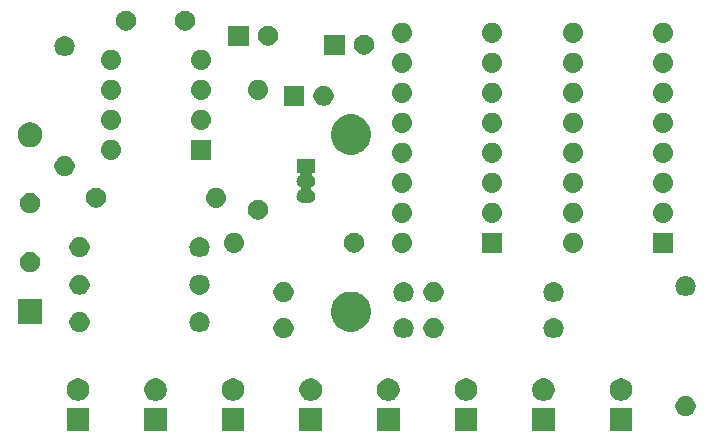
<source format=gbr>
G04 #@! TF.GenerationSoftware,KiCad,Pcbnew,(5.1.4)-1*
G04 #@! TF.CreationDate,2019-10-03T09:13:13-04:00*
G04 #@! TF.ProjectId,8-bit counter,382d6269-7420-4636-9f75-6e7465722e6b,rev?*
G04 #@! TF.SameCoordinates,Original*
G04 #@! TF.FileFunction,Soldermask,Bot*
G04 #@! TF.FilePolarity,Negative*
%FSLAX46Y46*%
G04 Gerber Fmt 4.6, Leading zero omitted, Abs format (unit mm)*
G04 Created by KiCad (PCBNEW (5.1.4)-1) date 2019-10-03 09:13:13*
%MOMM*%
%LPD*%
G04 APERTURE LIST*
%ADD10C,0.100000*%
G04 APERTURE END LIST*
D10*
G36*
X92645000Y-76897000D02*
G01*
X90743000Y-76897000D01*
X90743000Y-74995000D01*
X92645000Y-74995000D01*
X92645000Y-76897000D01*
X92645000Y-76897000D01*
G37*
G36*
X138619000Y-76897000D02*
G01*
X136717000Y-76897000D01*
X136717000Y-74995000D01*
X138619000Y-74995000D01*
X138619000Y-76897000D01*
X138619000Y-76897000D01*
G37*
G36*
X132051284Y-76897000D02*
G01*
X130149284Y-76897000D01*
X130149284Y-74995000D01*
X132051284Y-74995000D01*
X132051284Y-76897000D01*
X132051284Y-76897000D01*
G37*
G36*
X125483570Y-76897000D02*
G01*
X123581570Y-76897000D01*
X123581570Y-74995000D01*
X125483570Y-74995000D01*
X125483570Y-76897000D01*
X125483570Y-76897000D01*
G37*
G36*
X118915856Y-76897000D02*
G01*
X117013856Y-76897000D01*
X117013856Y-74995000D01*
X118915856Y-74995000D01*
X118915856Y-76897000D01*
X118915856Y-76897000D01*
G37*
G36*
X105780428Y-76897000D02*
G01*
X103878428Y-76897000D01*
X103878428Y-74995000D01*
X105780428Y-74995000D01*
X105780428Y-76897000D01*
X105780428Y-76897000D01*
G37*
G36*
X112348142Y-76897000D02*
G01*
X110446142Y-76897000D01*
X110446142Y-74995000D01*
X112348142Y-74995000D01*
X112348142Y-76897000D01*
X112348142Y-76897000D01*
G37*
G36*
X99212714Y-76897000D02*
G01*
X97310714Y-76897000D01*
X97310714Y-74995000D01*
X99212714Y-74995000D01*
X99212714Y-76897000D01*
X99212714Y-76897000D01*
G37*
G36*
X143377228Y-73984703D02*
G01*
X143532100Y-74048853D01*
X143671481Y-74141985D01*
X143790015Y-74260519D01*
X143883147Y-74399900D01*
X143947297Y-74554772D01*
X143980000Y-74719184D01*
X143980000Y-74886816D01*
X143947297Y-75051228D01*
X143883147Y-75206100D01*
X143790015Y-75345481D01*
X143671481Y-75464015D01*
X143532100Y-75557147D01*
X143377228Y-75621297D01*
X143212816Y-75654000D01*
X143045184Y-75654000D01*
X142880772Y-75621297D01*
X142725900Y-75557147D01*
X142586519Y-75464015D01*
X142467985Y-75345481D01*
X142374853Y-75206100D01*
X142310703Y-75051228D01*
X142278000Y-74886816D01*
X142278000Y-74719184D01*
X142310703Y-74554772D01*
X142374853Y-74399900D01*
X142467985Y-74260519D01*
X142586519Y-74141985D01*
X142725900Y-74048853D01*
X142880772Y-73984703D01*
X143045184Y-73952000D01*
X143212816Y-73952000D01*
X143377228Y-73984703D01*
X143377228Y-73984703D01*
G37*
G36*
X137945395Y-72491546D02*
G01*
X138118466Y-72563234D01*
X138118467Y-72563235D01*
X138274227Y-72667310D01*
X138406690Y-72799773D01*
X138406691Y-72799775D01*
X138510766Y-72955534D01*
X138582454Y-73128605D01*
X138619000Y-73312333D01*
X138619000Y-73499667D01*
X138582454Y-73683395D01*
X138510766Y-73856466D01*
X138510765Y-73856467D01*
X138406690Y-74012227D01*
X138274227Y-74144690D01*
X138195818Y-74197081D01*
X138118466Y-74248766D01*
X137945395Y-74320454D01*
X137761667Y-74357000D01*
X137574333Y-74357000D01*
X137390605Y-74320454D01*
X137217534Y-74248766D01*
X137140182Y-74197081D01*
X137061773Y-74144690D01*
X136929310Y-74012227D01*
X136825235Y-73856467D01*
X136825234Y-73856466D01*
X136753546Y-73683395D01*
X136717000Y-73499667D01*
X136717000Y-73312333D01*
X136753546Y-73128605D01*
X136825234Y-72955534D01*
X136929309Y-72799775D01*
X136929310Y-72799773D01*
X137061773Y-72667310D01*
X137217533Y-72563235D01*
X137217534Y-72563234D01*
X137390605Y-72491546D01*
X137574333Y-72455000D01*
X137761667Y-72455000D01*
X137945395Y-72491546D01*
X137945395Y-72491546D01*
G37*
G36*
X131377679Y-72491546D02*
G01*
X131550750Y-72563234D01*
X131550751Y-72563235D01*
X131706511Y-72667310D01*
X131838974Y-72799773D01*
X131838975Y-72799775D01*
X131943050Y-72955534D01*
X132014738Y-73128605D01*
X132051284Y-73312333D01*
X132051284Y-73499667D01*
X132014738Y-73683395D01*
X131943050Y-73856466D01*
X131943049Y-73856467D01*
X131838974Y-74012227D01*
X131706511Y-74144690D01*
X131628102Y-74197081D01*
X131550750Y-74248766D01*
X131377679Y-74320454D01*
X131193951Y-74357000D01*
X131006617Y-74357000D01*
X130822889Y-74320454D01*
X130649818Y-74248766D01*
X130572466Y-74197081D01*
X130494057Y-74144690D01*
X130361594Y-74012227D01*
X130257519Y-73856467D01*
X130257518Y-73856466D01*
X130185830Y-73683395D01*
X130149284Y-73499667D01*
X130149284Y-73312333D01*
X130185830Y-73128605D01*
X130257518Y-72955534D01*
X130361593Y-72799775D01*
X130361594Y-72799773D01*
X130494057Y-72667310D01*
X130649817Y-72563235D01*
X130649818Y-72563234D01*
X130822889Y-72491546D01*
X131006617Y-72455000D01*
X131193951Y-72455000D01*
X131377679Y-72491546D01*
X131377679Y-72491546D01*
G37*
G36*
X124809965Y-72491546D02*
G01*
X124983036Y-72563234D01*
X124983037Y-72563235D01*
X125138797Y-72667310D01*
X125271260Y-72799773D01*
X125271261Y-72799775D01*
X125375336Y-72955534D01*
X125447024Y-73128605D01*
X125483570Y-73312333D01*
X125483570Y-73499667D01*
X125447024Y-73683395D01*
X125375336Y-73856466D01*
X125375335Y-73856467D01*
X125271260Y-74012227D01*
X125138797Y-74144690D01*
X125060388Y-74197081D01*
X124983036Y-74248766D01*
X124809965Y-74320454D01*
X124626237Y-74357000D01*
X124438903Y-74357000D01*
X124255175Y-74320454D01*
X124082104Y-74248766D01*
X124004752Y-74197081D01*
X123926343Y-74144690D01*
X123793880Y-74012227D01*
X123689805Y-73856467D01*
X123689804Y-73856466D01*
X123618116Y-73683395D01*
X123581570Y-73499667D01*
X123581570Y-73312333D01*
X123618116Y-73128605D01*
X123689804Y-72955534D01*
X123793879Y-72799775D01*
X123793880Y-72799773D01*
X123926343Y-72667310D01*
X124082103Y-72563235D01*
X124082104Y-72563234D01*
X124255175Y-72491546D01*
X124438903Y-72455000D01*
X124626237Y-72455000D01*
X124809965Y-72491546D01*
X124809965Y-72491546D01*
G37*
G36*
X118242251Y-72491546D02*
G01*
X118415322Y-72563234D01*
X118415323Y-72563235D01*
X118571083Y-72667310D01*
X118703546Y-72799773D01*
X118703547Y-72799775D01*
X118807622Y-72955534D01*
X118879310Y-73128605D01*
X118915856Y-73312333D01*
X118915856Y-73499667D01*
X118879310Y-73683395D01*
X118807622Y-73856466D01*
X118807621Y-73856467D01*
X118703546Y-74012227D01*
X118571083Y-74144690D01*
X118492674Y-74197081D01*
X118415322Y-74248766D01*
X118242251Y-74320454D01*
X118058523Y-74357000D01*
X117871189Y-74357000D01*
X117687461Y-74320454D01*
X117514390Y-74248766D01*
X117437038Y-74197081D01*
X117358629Y-74144690D01*
X117226166Y-74012227D01*
X117122091Y-73856467D01*
X117122090Y-73856466D01*
X117050402Y-73683395D01*
X117013856Y-73499667D01*
X117013856Y-73312333D01*
X117050402Y-73128605D01*
X117122090Y-72955534D01*
X117226165Y-72799775D01*
X117226166Y-72799773D01*
X117358629Y-72667310D01*
X117514389Y-72563235D01*
X117514390Y-72563234D01*
X117687461Y-72491546D01*
X117871189Y-72455000D01*
X118058523Y-72455000D01*
X118242251Y-72491546D01*
X118242251Y-72491546D01*
G37*
G36*
X111674537Y-72491546D02*
G01*
X111847608Y-72563234D01*
X111847609Y-72563235D01*
X112003369Y-72667310D01*
X112135832Y-72799773D01*
X112135833Y-72799775D01*
X112239908Y-72955534D01*
X112311596Y-73128605D01*
X112348142Y-73312333D01*
X112348142Y-73499667D01*
X112311596Y-73683395D01*
X112239908Y-73856466D01*
X112239907Y-73856467D01*
X112135832Y-74012227D01*
X112003369Y-74144690D01*
X111924960Y-74197081D01*
X111847608Y-74248766D01*
X111674537Y-74320454D01*
X111490809Y-74357000D01*
X111303475Y-74357000D01*
X111119747Y-74320454D01*
X110946676Y-74248766D01*
X110869324Y-74197081D01*
X110790915Y-74144690D01*
X110658452Y-74012227D01*
X110554377Y-73856467D01*
X110554376Y-73856466D01*
X110482688Y-73683395D01*
X110446142Y-73499667D01*
X110446142Y-73312333D01*
X110482688Y-73128605D01*
X110554376Y-72955534D01*
X110658451Y-72799775D01*
X110658452Y-72799773D01*
X110790915Y-72667310D01*
X110946675Y-72563235D01*
X110946676Y-72563234D01*
X111119747Y-72491546D01*
X111303475Y-72455000D01*
X111490809Y-72455000D01*
X111674537Y-72491546D01*
X111674537Y-72491546D01*
G37*
G36*
X105106823Y-72491546D02*
G01*
X105279894Y-72563234D01*
X105279895Y-72563235D01*
X105435655Y-72667310D01*
X105568118Y-72799773D01*
X105568119Y-72799775D01*
X105672194Y-72955534D01*
X105743882Y-73128605D01*
X105780428Y-73312333D01*
X105780428Y-73499667D01*
X105743882Y-73683395D01*
X105672194Y-73856466D01*
X105672193Y-73856467D01*
X105568118Y-74012227D01*
X105435655Y-74144690D01*
X105357246Y-74197081D01*
X105279894Y-74248766D01*
X105106823Y-74320454D01*
X104923095Y-74357000D01*
X104735761Y-74357000D01*
X104552033Y-74320454D01*
X104378962Y-74248766D01*
X104301610Y-74197081D01*
X104223201Y-74144690D01*
X104090738Y-74012227D01*
X103986663Y-73856467D01*
X103986662Y-73856466D01*
X103914974Y-73683395D01*
X103878428Y-73499667D01*
X103878428Y-73312333D01*
X103914974Y-73128605D01*
X103986662Y-72955534D01*
X104090737Y-72799775D01*
X104090738Y-72799773D01*
X104223201Y-72667310D01*
X104378961Y-72563235D01*
X104378962Y-72563234D01*
X104552033Y-72491546D01*
X104735761Y-72455000D01*
X104923095Y-72455000D01*
X105106823Y-72491546D01*
X105106823Y-72491546D01*
G37*
G36*
X98539109Y-72491546D02*
G01*
X98712180Y-72563234D01*
X98712181Y-72563235D01*
X98867941Y-72667310D01*
X99000404Y-72799773D01*
X99000405Y-72799775D01*
X99104480Y-72955534D01*
X99176168Y-73128605D01*
X99212714Y-73312333D01*
X99212714Y-73499667D01*
X99176168Y-73683395D01*
X99104480Y-73856466D01*
X99104479Y-73856467D01*
X99000404Y-74012227D01*
X98867941Y-74144690D01*
X98789532Y-74197081D01*
X98712180Y-74248766D01*
X98539109Y-74320454D01*
X98355381Y-74357000D01*
X98168047Y-74357000D01*
X97984319Y-74320454D01*
X97811248Y-74248766D01*
X97733896Y-74197081D01*
X97655487Y-74144690D01*
X97523024Y-74012227D01*
X97418949Y-73856467D01*
X97418948Y-73856466D01*
X97347260Y-73683395D01*
X97310714Y-73499667D01*
X97310714Y-73312333D01*
X97347260Y-73128605D01*
X97418948Y-72955534D01*
X97523023Y-72799775D01*
X97523024Y-72799773D01*
X97655487Y-72667310D01*
X97811247Y-72563235D01*
X97811248Y-72563234D01*
X97984319Y-72491546D01*
X98168047Y-72455000D01*
X98355381Y-72455000D01*
X98539109Y-72491546D01*
X98539109Y-72491546D01*
G37*
G36*
X91971395Y-72491546D02*
G01*
X92144466Y-72563234D01*
X92144467Y-72563235D01*
X92300227Y-72667310D01*
X92432690Y-72799773D01*
X92432691Y-72799775D01*
X92536766Y-72955534D01*
X92608454Y-73128605D01*
X92645000Y-73312333D01*
X92645000Y-73499667D01*
X92608454Y-73683395D01*
X92536766Y-73856466D01*
X92536765Y-73856467D01*
X92432690Y-74012227D01*
X92300227Y-74144690D01*
X92221818Y-74197081D01*
X92144466Y-74248766D01*
X91971395Y-74320454D01*
X91787667Y-74357000D01*
X91600333Y-74357000D01*
X91416605Y-74320454D01*
X91243534Y-74248766D01*
X91166182Y-74197081D01*
X91087773Y-74144690D01*
X90955310Y-74012227D01*
X90851235Y-73856467D01*
X90851234Y-73856466D01*
X90779546Y-73683395D01*
X90743000Y-73499667D01*
X90743000Y-73312333D01*
X90779546Y-73128605D01*
X90851234Y-72955534D01*
X90955309Y-72799775D01*
X90955310Y-72799773D01*
X91087773Y-72667310D01*
X91243533Y-72563235D01*
X91243534Y-72563234D01*
X91416605Y-72491546D01*
X91600333Y-72455000D01*
X91787667Y-72455000D01*
X91971395Y-72491546D01*
X91971395Y-72491546D01*
G37*
G36*
X119419823Y-67360313D02*
G01*
X119580242Y-67408976D01*
X119647361Y-67444852D01*
X119728078Y-67487996D01*
X119857659Y-67594341D01*
X119964004Y-67723922D01*
X119964005Y-67723924D01*
X120043024Y-67871758D01*
X120091687Y-68032177D01*
X120108117Y-68199000D01*
X120091687Y-68365823D01*
X120043024Y-68526242D01*
X120002477Y-68602100D01*
X119964004Y-68674078D01*
X119857659Y-68803659D01*
X119728078Y-68910004D01*
X119728076Y-68910005D01*
X119580242Y-68989024D01*
X119419823Y-69037687D01*
X119294804Y-69050000D01*
X119211196Y-69050000D01*
X119086177Y-69037687D01*
X118925758Y-68989024D01*
X118777924Y-68910005D01*
X118777922Y-68910004D01*
X118648341Y-68803659D01*
X118541996Y-68674078D01*
X118503523Y-68602100D01*
X118462976Y-68526242D01*
X118414313Y-68365823D01*
X118397883Y-68199000D01*
X118414313Y-68032177D01*
X118462976Y-67871758D01*
X118541995Y-67723924D01*
X118541996Y-67723922D01*
X118648341Y-67594341D01*
X118777922Y-67487996D01*
X118858639Y-67444852D01*
X118925758Y-67408976D01*
X119086177Y-67360313D01*
X119211196Y-67348000D01*
X119294804Y-67348000D01*
X119419823Y-67360313D01*
X119419823Y-67360313D01*
G37*
G36*
X109341228Y-67380703D02*
G01*
X109496100Y-67444853D01*
X109635481Y-67537985D01*
X109754015Y-67656519D01*
X109847147Y-67795900D01*
X109911297Y-67950772D01*
X109944000Y-68115184D01*
X109944000Y-68282816D01*
X109911297Y-68447228D01*
X109847147Y-68602100D01*
X109754015Y-68741481D01*
X109635481Y-68860015D01*
X109496100Y-68953147D01*
X109341228Y-69017297D01*
X109176816Y-69050000D01*
X109009184Y-69050000D01*
X108844772Y-69017297D01*
X108689900Y-68953147D01*
X108550519Y-68860015D01*
X108431985Y-68741481D01*
X108338853Y-68602100D01*
X108274703Y-68447228D01*
X108242000Y-68282816D01*
X108242000Y-68115184D01*
X108274703Y-67950772D01*
X108338853Y-67795900D01*
X108431985Y-67656519D01*
X108550519Y-67537985D01*
X108689900Y-67444853D01*
X108844772Y-67380703D01*
X109009184Y-67348000D01*
X109176816Y-67348000D01*
X109341228Y-67380703D01*
X109341228Y-67380703D01*
G37*
G36*
X122041228Y-67380703D02*
G01*
X122196100Y-67444853D01*
X122335481Y-67537985D01*
X122454015Y-67656519D01*
X122547147Y-67795900D01*
X122611297Y-67950772D01*
X122644000Y-68115184D01*
X122644000Y-68282816D01*
X122611297Y-68447228D01*
X122547147Y-68602100D01*
X122454015Y-68741481D01*
X122335481Y-68860015D01*
X122196100Y-68953147D01*
X122041228Y-69017297D01*
X121876816Y-69050000D01*
X121709184Y-69050000D01*
X121544772Y-69017297D01*
X121389900Y-68953147D01*
X121250519Y-68860015D01*
X121131985Y-68741481D01*
X121038853Y-68602100D01*
X120974703Y-68447228D01*
X120942000Y-68282816D01*
X120942000Y-68115184D01*
X120974703Y-67950772D01*
X121038853Y-67795900D01*
X121131985Y-67656519D01*
X121250519Y-67537985D01*
X121389900Y-67444853D01*
X121544772Y-67380703D01*
X121709184Y-67348000D01*
X121876816Y-67348000D01*
X122041228Y-67380703D01*
X122041228Y-67380703D01*
G37*
G36*
X132119823Y-67360313D02*
G01*
X132280242Y-67408976D01*
X132347361Y-67444852D01*
X132428078Y-67487996D01*
X132557659Y-67594341D01*
X132664004Y-67723922D01*
X132664005Y-67723924D01*
X132743024Y-67871758D01*
X132791687Y-68032177D01*
X132808117Y-68199000D01*
X132791687Y-68365823D01*
X132743024Y-68526242D01*
X132702477Y-68602100D01*
X132664004Y-68674078D01*
X132557659Y-68803659D01*
X132428078Y-68910004D01*
X132428076Y-68910005D01*
X132280242Y-68989024D01*
X132119823Y-69037687D01*
X131994804Y-69050000D01*
X131911196Y-69050000D01*
X131786177Y-69037687D01*
X131625758Y-68989024D01*
X131477924Y-68910005D01*
X131477922Y-68910004D01*
X131348341Y-68803659D01*
X131241996Y-68674078D01*
X131203523Y-68602100D01*
X131162976Y-68526242D01*
X131114313Y-68365823D01*
X131097883Y-68199000D01*
X131114313Y-68032177D01*
X131162976Y-67871758D01*
X131241995Y-67723924D01*
X131241996Y-67723922D01*
X131348341Y-67594341D01*
X131477922Y-67487996D01*
X131558639Y-67444852D01*
X131625758Y-67408976D01*
X131786177Y-67360313D01*
X131911196Y-67348000D01*
X131994804Y-67348000D01*
X132119823Y-67360313D01*
X132119823Y-67360313D01*
G37*
G36*
X102147823Y-66852313D02*
G01*
X102308242Y-66900976D01*
X102375361Y-66936852D01*
X102456078Y-66979996D01*
X102585659Y-67086341D01*
X102692004Y-67215922D01*
X102692005Y-67215924D01*
X102771024Y-67363758D01*
X102819687Y-67524177D01*
X102836117Y-67691000D01*
X102819687Y-67857823D01*
X102771024Y-68018242D01*
X102730477Y-68094100D01*
X102692004Y-68166078D01*
X102585659Y-68295659D01*
X102456078Y-68402004D01*
X102456076Y-68402005D01*
X102308242Y-68481024D01*
X102147823Y-68529687D01*
X102022804Y-68542000D01*
X101939196Y-68542000D01*
X101814177Y-68529687D01*
X101653758Y-68481024D01*
X101505924Y-68402005D01*
X101505922Y-68402004D01*
X101376341Y-68295659D01*
X101269996Y-68166078D01*
X101231523Y-68094100D01*
X101190976Y-68018242D01*
X101142313Y-67857823D01*
X101125883Y-67691000D01*
X101142313Y-67524177D01*
X101190976Y-67363758D01*
X101269995Y-67215924D01*
X101269996Y-67215922D01*
X101376341Y-67086341D01*
X101505922Y-66979996D01*
X101586639Y-66936852D01*
X101653758Y-66900976D01*
X101814177Y-66852313D01*
X101939196Y-66840000D01*
X102022804Y-66840000D01*
X102147823Y-66852313D01*
X102147823Y-66852313D01*
G37*
G36*
X92069228Y-66872703D02*
G01*
X92224100Y-66936853D01*
X92363481Y-67029985D01*
X92482015Y-67148519D01*
X92575147Y-67287900D01*
X92639297Y-67442772D01*
X92672000Y-67607184D01*
X92672000Y-67774816D01*
X92639297Y-67939228D01*
X92575147Y-68094100D01*
X92482015Y-68233481D01*
X92363481Y-68352015D01*
X92224100Y-68445147D01*
X92069228Y-68509297D01*
X91904816Y-68542000D01*
X91737184Y-68542000D01*
X91572772Y-68509297D01*
X91417900Y-68445147D01*
X91278519Y-68352015D01*
X91159985Y-68233481D01*
X91066853Y-68094100D01*
X91002703Y-67939228D01*
X90970000Y-67774816D01*
X90970000Y-67607184D01*
X91002703Y-67442772D01*
X91066853Y-67287900D01*
X91159985Y-67148519D01*
X91278519Y-67029985D01*
X91417900Y-66936853D01*
X91572772Y-66872703D01*
X91737184Y-66840000D01*
X91904816Y-66840000D01*
X92069228Y-66872703D01*
X92069228Y-66872703D01*
G37*
G36*
X115291162Y-65166368D02*
G01*
X115600724Y-65294593D01*
X115617833Y-65306025D01*
X115879324Y-65480747D01*
X116116253Y-65717676D01*
X116138519Y-65751000D01*
X116302407Y-65996276D01*
X116430632Y-66305838D01*
X116496000Y-66634465D01*
X116496000Y-66969535D01*
X116430632Y-67298162D01*
X116302407Y-67607724D01*
X116246764Y-67691000D01*
X116116253Y-67886324D01*
X115879324Y-68123253D01*
X115765960Y-68199000D01*
X115600724Y-68309407D01*
X115291162Y-68437632D01*
X114962535Y-68503000D01*
X114627465Y-68503000D01*
X114298838Y-68437632D01*
X113989276Y-68309407D01*
X113824040Y-68199000D01*
X113710676Y-68123253D01*
X113473747Y-67886324D01*
X113343236Y-67691000D01*
X113287593Y-67607724D01*
X113159368Y-67298162D01*
X113094000Y-66969535D01*
X113094000Y-66634465D01*
X113159368Y-66305838D01*
X113287593Y-65996276D01*
X113451481Y-65751000D01*
X113473747Y-65717676D01*
X113710676Y-65480747D01*
X113972167Y-65306025D01*
X113989276Y-65294593D01*
X114298838Y-65166368D01*
X114627465Y-65101000D01*
X114962535Y-65101000D01*
X115291162Y-65166368D01*
X115291162Y-65166368D01*
G37*
G36*
X88681000Y-67853000D02*
G01*
X86579000Y-67853000D01*
X86579000Y-65751000D01*
X88681000Y-65751000D01*
X88681000Y-67853000D01*
X88681000Y-67853000D01*
G37*
G36*
X132119823Y-64312313D02*
G01*
X132280242Y-64360976D01*
X132347361Y-64396852D01*
X132428078Y-64439996D01*
X132557659Y-64546341D01*
X132664004Y-64675922D01*
X132664005Y-64675924D01*
X132743024Y-64823758D01*
X132791687Y-64984177D01*
X132808117Y-65151000D01*
X132791687Y-65317823D01*
X132743024Y-65478242D01*
X132702477Y-65554100D01*
X132664004Y-65626078D01*
X132557659Y-65755659D01*
X132428078Y-65862004D01*
X132428076Y-65862005D01*
X132280242Y-65941024D01*
X132119823Y-65989687D01*
X131994804Y-66002000D01*
X131911196Y-66002000D01*
X131786177Y-65989687D01*
X131625758Y-65941024D01*
X131477924Y-65862005D01*
X131477922Y-65862004D01*
X131348341Y-65755659D01*
X131241996Y-65626078D01*
X131203523Y-65554100D01*
X131162976Y-65478242D01*
X131114313Y-65317823D01*
X131097883Y-65151000D01*
X131114313Y-64984177D01*
X131162976Y-64823758D01*
X131241995Y-64675924D01*
X131241996Y-64675922D01*
X131348341Y-64546341D01*
X131477922Y-64439996D01*
X131558639Y-64396852D01*
X131625758Y-64360976D01*
X131786177Y-64312313D01*
X131911196Y-64300000D01*
X131994804Y-64300000D01*
X132119823Y-64312313D01*
X132119823Y-64312313D01*
G37*
G36*
X119419823Y-64312313D02*
G01*
X119580242Y-64360976D01*
X119647361Y-64396852D01*
X119728078Y-64439996D01*
X119857659Y-64546341D01*
X119964004Y-64675922D01*
X119964005Y-64675924D01*
X120043024Y-64823758D01*
X120091687Y-64984177D01*
X120108117Y-65151000D01*
X120091687Y-65317823D01*
X120043024Y-65478242D01*
X120002477Y-65554100D01*
X119964004Y-65626078D01*
X119857659Y-65755659D01*
X119728078Y-65862004D01*
X119728076Y-65862005D01*
X119580242Y-65941024D01*
X119419823Y-65989687D01*
X119294804Y-66002000D01*
X119211196Y-66002000D01*
X119086177Y-65989687D01*
X118925758Y-65941024D01*
X118777924Y-65862005D01*
X118777922Y-65862004D01*
X118648341Y-65755659D01*
X118541996Y-65626078D01*
X118503523Y-65554100D01*
X118462976Y-65478242D01*
X118414313Y-65317823D01*
X118397883Y-65151000D01*
X118414313Y-64984177D01*
X118462976Y-64823758D01*
X118541995Y-64675924D01*
X118541996Y-64675922D01*
X118648341Y-64546341D01*
X118777922Y-64439996D01*
X118858639Y-64396852D01*
X118925758Y-64360976D01*
X119086177Y-64312313D01*
X119211196Y-64300000D01*
X119294804Y-64300000D01*
X119419823Y-64312313D01*
X119419823Y-64312313D01*
G37*
G36*
X122041228Y-64332703D02*
G01*
X122196100Y-64396853D01*
X122335481Y-64489985D01*
X122454015Y-64608519D01*
X122547147Y-64747900D01*
X122611297Y-64902772D01*
X122644000Y-65067184D01*
X122644000Y-65234816D01*
X122611297Y-65399228D01*
X122547147Y-65554100D01*
X122454015Y-65693481D01*
X122335481Y-65812015D01*
X122196100Y-65905147D01*
X122041228Y-65969297D01*
X121876816Y-66002000D01*
X121709184Y-66002000D01*
X121544772Y-65969297D01*
X121389900Y-65905147D01*
X121250519Y-65812015D01*
X121131985Y-65693481D01*
X121038853Y-65554100D01*
X120974703Y-65399228D01*
X120942000Y-65234816D01*
X120942000Y-65067184D01*
X120974703Y-64902772D01*
X121038853Y-64747900D01*
X121131985Y-64608519D01*
X121250519Y-64489985D01*
X121389900Y-64396853D01*
X121544772Y-64332703D01*
X121709184Y-64300000D01*
X121876816Y-64300000D01*
X122041228Y-64332703D01*
X122041228Y-64332703D01*
G37*
G36*
X109341228Y-64332703D02*
G01*
X109496100Y-64396853D01*
X109635481Y-64489985D01*
X109754015Y-64608519D01*
X109847147Y-64747900D01*
X109911297Y-64902772D01*
X109944000Y-65067184D01*
X109944000Y-65234816D01*
X109911297Y-65399228D01*
X109847147Y-65554100D01*
X109754015Y-65693481D01*
X109635481Y-65812015D01*
X109496100Y-65905147D01*
X109341228Y-65969297D01*
X109176816Y-66002000D01*
X109009184Y-66002000D01*
X108844772Y-65969297D01*
X108689900Y-65905147D01*
X108550519Y-65812015D01*
X108431985Y-65693481D01*
X108338853Y-65554100D01*
X108274703Y-65399228D01*
X108242000Y-65234816D01*
X108242000Y-65067184D01*
X108274703Y-64902772D01*
X108338853Y-64747900D01*
X108431985Y-64608519D01*
X108550519Y-64489985D01*
X108689900Y-64396853D01*
X108844772Y-64332703D01*
X109009184Y-64300000D01*
X109176816Y-64300000D01*
X109341228Y-64332703D01*
X109341228Y-64332703D01*
G37*
G36*
X143295823Y-63804313D02*
G01*
X143456242Y-63852976D01*
X143565435Y-63911341D01*
X143604078Y-63931996D01*
X143733659Y-64038341D01*
X143840004Y-64167922D01*
X143840005Y-64167924D01*
X143919024Y-64315758D01*
X143967687Y-64476177D01*
X143984117Y-64643000D01*
X143967687Y-64809823D01*
X143919024Y-64970242D01*
X143871860Y-65058480D01*
X143840004Y-65118078D01*
X143733659Y-65247659D01*
X143604078Y-65354004D01*
X143604076Y-65354005D01*
X143456242Y-65433024D01*
X143295823Y-65481687D01*
X143170804Y-65494000D01*
X143087196Y-65494000D01*
X142962177Y-65481687D01*
X142801758Y-65433024D01*
X142653924Y-65354005D01*
X142653922Y-65354004D01*
X142524341Y-65247659D01*
X142417996Y-65118078D01*
X142386140Y-65058480D01*
X142338976Y-64970242D01*
X142290313Y-64809823D01*
X142273883Y-64643000D01*
X142290313Y-64476177D01*
X142338976Y-64315758D01*
X142417995Y-64167924D01*
X142417996Y-64167922D01*
X142524341Y-64038341D01*
X142653922Y-63931996D01*
X142692565Y-63911341D01*
X142801758Y-63852976D01*
X142962177Y-63804313D01*
X143087196Y-63792000D01*
X143170804Y-63792000D01*
X143295823Y-63804313D01*
X143295823Y-63804313D01*
G37*
G36*
X102147823Y-63677313D02*
G01*
X102308242Y-63725976D01*
X102375361Y-63761852D01*
X102456078Y-63804996D01*
X102585659Y-63911341D01*
X102692004Y-64040922D01*
X102692005Y-64040924D01*
X102771024Y-64188758D01*
X102819687Y-64349177D01*
X102836117Y-64516000D01*
X102819687Y-64682823D01*
X102771024Y-64843242D01*
X102730477Y-64919100D01*
X102692004Y-64991078D01*
X102585659Y-65120659D01*
X102456078Y-65227004D01*
X102456076Y-65227005D01*
X102308242Y-65306024D01*
X102147823Y-65354687D01*
X102022804Y-65367000D01*
X101939196Y-65367000D01*
X101814177Y-65354687D01*
X101653758Y-65306024D01*
X101505924Y-65227005D01*
X101505922Y-65227004D01*
X101376341Y-65120659D01*
X101269996Y-64991078D01*
X101231523Y-64919100D01*
X101190976Y-64843242D01*
X101142313Y-64682823D01*
X101125883Y-64516000D01*
X101142313Y-64349177D01*
X101190976Y-64188758D01*
X101269995Y-64040924D01*
X101269996Y-64040922D01*
X101376341Y-63911341D01*
X101505922Y-63804996D01*
X101586639Y-63761852D01*
X101653758Y-63725976D01*
X101814177Y-63677313D01*
X101939196Y-63665000D01*
X102022804Y-63665000D01*
X102147823Y-63677313D01*
X102147823Y-63677313D01*
G37*
G36*
X92069228Y-63697703D02*
G01*
X92224100Y-63761853D01*
X92363481Y-63854985D01*
X92482015Y-63973519D01*
X92575147Y-64112900D01*
X92639297Y-64267772D01*
X92672000Y-64432184D01*
X92672000Y-64599816D01*
X92639297Y-64764228D01*
X92575147Y-64919100D01*
X92482015Y-65058481D01*
X92363481Y-65177015D01*
X92224100Y-65270147D01*
X92069228Y-65334297D01*
X91904816Y-65367000D01*
X91737184Y-65367000D01*
X91572772Y-65334297D01*
X91417900Y-65270147D01*
X91278519Y-65177015D01*
X91159985Y-65058481D01*
X91066853Y-64919100D01*
X91002703Y-64764228D01*
X90970000Y-64599816D01*
X90970000Y-64432184D01*
X91002703Y-64267772D01*
X91066853Y-64112900D01*
X91159985Y-63973519D01*
X91278519Y-63854985D01*
X91417900Y-63761853D01*
X91572772Y-63697703D01*
X91737184Y-63665000D01*
X91904816Y-63665000D01*
X92069228Y-63697703D01*
X92069228Y-63697703D01*
G37*
G36*
X87878228Y-61792703D02*
G01*
X88033100Y-61856853D01*
X88172481Y-61949985D01*
X88291015Y-62068519D01*
X88384147Y-62207900D01*
X88448297Y-62362772D01*
X88481000Y-62527184D01*
X88481000Y-62694816D01*
X88448297Y-62859228D01*
X88384147Y-63014100D01*
X88291015Y-63153481D01*
X88172481Y-63272015D01*
X88033100Y-63365147D01*
X87878228Y-63429297D01*
X87713816Y-63462000D01*
X87546184Y-63462000D01*
X87381772Y-63429297D01*
X87226900Y-63365147D01*
X87087519Y-63272015D01*
X86968985Y-63153481D01*
X86875853Y-63014100D01*
X86811703Y-62859228D01*
X86779000Y-62694816D01*
X86779000Y-62527184D01*
X86811703Y-62362772D01*
X86875853Y-62207900D01*
X86968985Y-62068519D01*
X87087519Y-61949985D01*
X87226900Y-61856853D01*
X87381772Y-61792703D01*
X87546184Y-61760000D01*
X87713816Y-61760000D01*
X87878228Y-61792703D01*
X87878228Y-61792703D01*
G37*
G36*
X92069228Y-60522703D02*
G01*
X92224100Y-60586853D01*
X92363481Y-60679985D01*
X92482015Y-60798519D01*
X92575147Y-60937900D01*
X92639297Y-61092772D01*
X92672000Y-61257184D01*
X92672000Y-61424816D01*
X92639297Y-61589228D01*
X92575147Y-61744100D01*
X92482015Y-61883481D01*
X92363481Y-62002015D01*
X92224100Y-62095147D01*
X92069228Y-62159297D01*
X91904816Y-62192000D01*
X91737184Y-62192000D01*
X91572772Y-62159297D01*
X91417900Y-62095147D01*
X91278519Y-62002015D01*
X91159985Y-61883481D01*
X91066853Y-61744100D01*
X91002703Y-61589228D01*
X90970000Y-61424816D01*
X90970000Y-61257184D01*
X91002703Y-61092772D01*
X91066853Y-60937900D01*
X91159985Y-60798519D01*
X91278519Y-60679985D01*
X91417900Y-60586853D01*
X91572772Y-60522703D01*
X91737184Y-60490000D01*
X91904816Y-60490000D01*
X92069228Y-60522703D01*
X92069228Y-60522703D01*
G37*
G36*
X102147823Y-60502313D02*
G01*
X102308242Y-60550976D01*
X102375361Y-60586852D01*
X102456078Y-60629996D01*
X102585659Y-60736341D01*
X102692004Y-60865922D01*
X102692005Y-60865924D01*
X102771024Y-61013758D01*
X102819687Y-61174177D01*
X102836117Y-61341000D01*
X102819687Y-61507823D01*
X102771024Y-61668242D01*
X102727310Y-61750025D01*
X102692004Y-61816078D01*
X102585659Y-61945659D01*
X102456078Y-62052004D01*
X102456076Y-62052005D01*
X102308242Y-62131024D01*
X102147823Y-62179687D01*
X102022804Y-62192000D01*
X101939196Y-62192000D01*
X101814177Y-62179687D01*
X101653758Y-62131024D01*
X101505924Y-62052005D01*
X101505922Y-62052004D01*
X101376341Y-61945659D01*
X101269996Y-61816078D01*
X101234690Y-61750025D01*
X101190976Y-61668242D01*
X101142313Y-61507823D01*
X101125883Y-61341000D01*
X101142313Y-61174177D01*
X101190976Y-61013758D01*
X101269995Y-60865924D01*
X101269996Y-60865922D01*
X101376341Y-60736341D01*
X101505922Y-60629996D01*
X101586639Y-60586852D01*
X101653758Y-60550976D01*
X101814177Y-60502313D01*
X101939196Y-60490000D01*
X102022804Y-60490000D01*
X102147823Y-60502313D01*
X102147823Y-60502313D01*
G37*
G36*
X119292823Y-60121313D02*
G01*
X119453242Y-60169976D01*
X119520361Y-60205852D01*
X119601078Y-60248996D01*
X119730659Y-60355341D01*
X119837004Y-60484922D01*
X119837005Y-60484924D01*
X119916024Y-60632758D01*
X119964687Y-60793177D01*
X119981117Y-60960000D01*
X119964687Y-61126823D01*
X119916024Y-61287242D01*
X119875477Y-61363100D01*
X119837004Y-61435078D01*
X119730659Y-61564659D01*
X119601078Y-61671004D01*
X119601076Y-61671005D01*
X119453242Y-61750024D01*
X119292823Y-61798687D01*
X119167804Y-61811000D01*
X119084196Y-61811000D01*
X118959177Y-61798687D01*
X118798758Y-61750024D01*
X118650924Y-61671005D01*
X118650922Y-61671004D01*
X118521341Y-61564659D01*
X118414996Y-61435078D01*
X118376523Y-61363100D01*
X118335976Y-61287242D01*
X118287313Y-61126823D01*
X118270883Y-60960000D01*
X118287313Y-60793177D01*
X118335976Y-60632758D01*
X118414995Y-60484924D01*
X118414996Y-60484922D01*
X118521341Y-60355341D01*
X118650922Y-60248996D01*
X118731639Y-60205852D01*
X118798758Y-60169976D01*
X118959177Y-60121313D01*
X119084196Y-60109000D01*
X119167804Y-60109000D01*
X119292823Y-60121313D01*
X119292823Y-60121313D01*
G37*
G36*
X105068823Y-60121313D02*
G01*
X105229242Y-60169976D01*
X105296361Y-60205852D01*
X105377078Y-60248996D01*
X105506659Y-60355341D01*
X105613004Y-60484922D01*
X105613005Y-60484924D01*
X105692024Y-60632758D01*
X105740687Y-60793177D01*
X105757117Y-60960000D01*
X105740687Y-61126823D01*
X105692024Y-61287242D01*
X105651477Y-61363100D01*
X105613004Y-61435078D01*
X105506659Y-61564659D01*
X105377078Y-61671004D01*
X105377076Y-61671005D01*
X105229242Y-61750024D01*
X105068823Y-61798687D01*
X104943804Y-61811000D01*
X104860196Y-61811000D01*
X104735177Y-61798687D01*
X104574758Y-61750024D01*
X104426924Y-61671005D01*
X104426922Y-61671004D01*
X104297341Y-61564659D01*
X104190996Y-61435078D01*
X104152523Y-61363100D01*
X104111976Y-61287242D01*
X104063313Y-61126823D01*
X104046883Y-60960000D01*
X104063313Y-60793177D01*
X104111976Y-60632758D01*
X104190995Y-60484924D01*
X104190996Y-60484922D01*
X104297341Y-60355341D01*
X104426922Y-60248996D01*
X104507639Y-60205852D01*
X104574758Y-60169976D01*
X104735177Y-60121313D01*
X104860196Y-60109000D01*
X104943804Y-60109000D01*
X105068823Y-60121313D01*
X105068823Y-60121313D01*
G37*
G36*
X133770823Y-60121313D02*
G01*
X133931242Y-60169976D01*
X133998361Y-60205852D01*
X134079078Y-60248996D01*
X134208659Y-60355341D01*
X134315004Y-60484922D01*
X134315005Y-60484924D01*
X134394024Y-60632758D01*
X134442687Y-60793177D01*
X134459117Y-60960000D01*
X134442687Y-61126823D01*
X134394024Y-61287242D01*
X134353477Y-61363100D01*
X134315004Y-61435078D01*
X134208659Y-61564659D01*
X134079078Y-61671004D01*
X134079076Y-61671005D01*
X133931242Y-61750024D01*
X133770823Y-61798687D01*
X133645804Y-61811000D01*
X133562196Y-61811000D01*
X133437177Y-61798687D01*
X133276758Y-61750024D01*
X133128924Y-61671005D01*
X133128922Y-61671004D01*
X132999341Y-61564659D01*
X132892996Y-61435078D01*
X132854523Y-61363100D01*
X132813976Y-61287242D01*
X132765313Y-61126823D01*
X132748883Y-60960000D01*
X132765313Y-60793177D01*
X132813976Y-60632758D01*
X132892995Y-60484924D01*
X132892996Y-60484922D01*
X132999341Y-60355341D01*
X133128922Y-60248996D01*
X133209639Y-60205852D01*
X133276758Y-60169976D01*
X133437177Y-60121313D01*
X133562196Y-60109000D01*
X133645804Y-60109000D01*
X133770823Y-60121313D01*
X133770823Y-60121313D01*
G37*
G36*
X142075000Y-61811000D02*
G01*
X140373000Y-61811000D01*
X140373000Y-60109000D01*
X142075000Y-60109000D01*
X142075000Y-61811000D01*
X142075000Y-61811000D01*
G37*
G36*
X127597000Y-61811000D02*
G01*
X125895000Y-61811000D01*
X125895000Y-60109000D01*
X127597000Y-60109000D01*
X127597000Y-61811000D01*
X127597000Y-61811000D01*
G37*
G36*
X115310228Y-60141703D02*
G01*
X115465100Y-60205853D01*
X115604481Y-60298985D01*
X115723015Y-60417519D01*
X115816147Y-60556900D01*
X115880297Y-60711772D01*
X115913000Y-60876184D01*
X115913000Y-61043816D01*
X115880297Y-61208228D01*
X115816147Y-61363100D01*
X115723015Y-61502481D01*
X115604481Y-61621015D01*
X115465100Y-61714147D01*
X115310228Y-61778297D01*
X115145816Y-61811000D01*
X114978184Y-61811000D01*
X114813772Y-61778297D01*
X114658900Y-61714147D01*
X114519519Y-61621015D01*
X114400985Y-61502481D01*
X114307853Y-61363100D01*
X114243703Y-61208228D01*
X114211000Y-61043816D01*
X114211000Y-60876184D01*
X114243703Y-60711772D01*
X114307853Y-60556900D01*
X114400985Y-60417519D01*
X114519519Y-60298985D01*
X114658900Y-60205853D01*
X114813772Y-60141703D01*
X114978184Y-60109000D01*
X115145816Y-60109000D01*
X115310228Y-60141703D01*
X115310228Y-60141703D01*
G37*
G36*
X141390823Y-57581313D02*
G01*
X141551242Y-57629976D01*
X141672547Y-57694815D01*
X141699078Y-57708996D01*
X141828659Y-57815341D01*
X141935004Y-57944922D01*
X141935005Y-57944924D01*
X142014024Y-58092758D01*
X142062687Y-58253177D01*
X142079117Y-58420000D01*
X142062687Y-58586823D01*
X142014024Y-58747242D01*
X141971384Y-58827015D01*
X141935004Y-58895078D01*
X141828659Y-59024659D01*
X141699078Y-59131004D01*
X141699076Y-59131005D01*
X141551242Y-59210024D01*
X141390823Y-59258687D01*
X141265804Y-59271000D01*
X141182196Y-59271000D01*
X141057177Y-59258687D01*
X140896758Y-59210024D01*
X140748924Y-59131005D01*
X140748922Y-59131004D01*
X140619341Y-59024659D01*
X140512996Y-58895078D01*
X140476616Y-58827015D01*
X140433976Y-58747242D01*
X140385313Y-58586823D01*
X140368883Y-58420000D01*
X140385313Y-58253177D01*
X140433976Y-58092758D01*
X140512995Y-57944924D01*
X140512996Y-57944922D01*
X140619341Y-57815341D01*
X140748922Y-57708996D01*
X140775453Y-57694815D01*
X140896758Y-57629976D01*
X141057177Y-57581313D01*
X141182196Y-57569000D01*
X141265804Y-57569000D01*
X141390823Y-57581313D01*
X141390823Y-57581313D01*
G37*
G36*
X133770823Y-57581313D02*
G01*
X133931242Y-57629976D01*
X134052547Y-57694815D01*
X134079078Y-57708996D01*
X134208659Y-57815341D01*
X134315004Y-57944922D01*
X134315005Y-57944924D01*
X134394024Y-58092758D01*
X134442687Y-58253177D01*
X134459117Y-58420000D01*
X134442687Y-58586823D01*
X134394024Y-58747242D01*
X134351384Y-58827015D01*
X134315004Y-58895078D01*
X134208659Y-59024659D01*
X134079078Y-59131004D01*
X134079076Y-59131005D01*
X133931242Y-59210024D01*
X133770823Y-59258687D01*
X133645804Y-59271000D01*
X133562196Y-59271000D01*
X133437177Y-59258687D01*
X133276758Y-59210024D01*
X133128924Y-59131005D01*
X133128922Y-59131004D01*
X132999341Y-59024659D01*
X132892996Y-58895078D01*
X132856616Y-58827015D01*
X132813976Y-58747242D01*
X132765313Y-58586823D01*
X132748883Y-58420000D01*
X132765313Y-58253177D01*
X132813976Y-58092758D01*
X132892995Y-57944924D01*
X132892996Y-57944922D01*
X132999341Y-57815341D01*
X133128922Y-57708996D01*
X133155453Y-57694815D01*
X133276758Y-57629976D01*
X133437177Y-57581313D01*
X133562196Y-57569000D01*
X133645804Y-57569000D01*
X133770823Y-57581313D01*
X133770823Y-57581313D01*
G37*
G36*
X126912823Y-57581313D02*
G01*
X127073242Y-57629976D01*
X127194547Y-57694815D01*
X127221078Y-57708996D01*
X127350659Y-57815341D01*
X127457004Y-57944922D01*
X127457005Y-57944924D01*
X127536024Y-58092758D01*
X127584687Y-58253177D01*
X127601117Y-58420000D01*
X127584687Y-58586823D01*
X127536024Y-58747242D01*
X127493384Y-58827015D01*
X127457004Y-58895078D01*
X127350659Y-59024659D01*
X127221078Y-59131004D01*
X127221076Y-59131005D01*
X127073242Y-59210024D01*
X126912823Y-59258687D01*
X126787804Y-59271000D01*
X126704196Y-59271000D01*
X126579177Y-59258687D01*
X126418758Y-59210024D01*
X126270924Y-59131005D01*
X126270922Y-59131004D01*
X126141341Y-59024659D01*
X126034996Y-58895078D01*
X125998616Y-58827015D01*
X125955976Y-58747242D01*
X125907313Y-58586823D01*
X125890883Y-58420000D01*
X125907313Y-58253177D01*
X125955976Y-58092758D01*
X126034995Y-57944924D01*
X126034996Y-57944922D01*
X126141341Y-57815341D01*
X126270922Y-57708996D01*
X126297453Y-57694815D01*
X126418758Y-57629976D01*
X126579177Y-57581313D01*
X126704196Y-57569000D01*
X126787804Y-57569000D01*
X126912823Y-57581313D01*
X126912823Y-57581313D01*
G37*
G36*
X119292823Y-57581313D02*
G01*
X119453242Y-57629976D01*
X119574547Y-57694815D01*
X119601078Y-57708996D01*
X119730659Y-57815341D01*
X119837004Y-57944922D01*
X119837005Y-57944924D01*
X119916024Y-58092758D01*
X119964687Y-58253177D01*
X119981117Y-58420000D01*
X119964687Y-58586823D01*
X119916024Y-58747242D01*
X119873384Y-58827015D01*
X119837004Y-58895078D01*
X119730659Y-59024659D01*
X119601078Y-59131004D01*
X119601076Y-59131005D01*
X119453242Y-59210024D01*
X119292823Y-59258687D01*
X119167804Y-59271000D01*
X119084196Y-59271000D01*
X118959177Y-59258687D01*
X118798758Y-59210024D01*
X118650924Y-59131005D01*
X118650922Y-59131004D01*
X118521341Y-59024659D01*
X118414996Y-58895078D01*
X118378616Y-58827015D01*
X118335976Y-58747242D01*
X118287313Y-58586823D01*
X118270883Y-58420000D01*
X118287313Y-58253177D01*
X118335976Y-58092758D01*
X118414995Y-57944924D01*
X118414996Y-57944922D01*
X118521341Y-57815341D01*
X118650922Y-57708996D01*
X118677453Y-57694815D01*
X118798758Y-57629976D01*
X118959177Y-57581313D01*
X119084196Y-57569000D01*
X119167804Y-57569000D01*
X119292823Y-57581313D01*
X119292823Y-57581313D01*
G37*
G36*
X107182228Y-57347703D02*
G01*
X107337100Y-57411853D01*
X107476481Y-57504985D01*
X107595015Y-57623519D01*
X107688147Y-57762900D01*
X107752297Y-57917772D01*
X107785000Y-58082184D01*
X107785000Y-58249816D01*
X107752297Y-58414228D01*
X107688147Y-58569100D01*
X107595015Y-58708481D01*
X107476481Y-58827015D01*
X107337100Y-58920147D01*
X107182228Y-58984297D01*
X107017816Y-59017000D01*
X106850184Y-59017000D01*
X106685772Y-58984297D01*
X106530900Y-58920147D01*
X106391519Y-58827015D01*
X106272985Y-58708481D01*
X106179853Y-58569100D01*
X106115703Y-58414228D01*
X106083000Y-58249816D01*
X106083000Y-58082184D01*
X106115703Y-57917772D01*
X106179853Y-57762900D01*
X106272985Y-57623519D01*
X106391519Y-57504985D01*
X106530900Y-57411853D01*
X106685772Y-57347703D01*
X106850184Y-57315000D01*
X107017816Y-57315000D01*
X107182228Y-57347703D01*
X107182228Y-57347703D01*
G37*
G36*
X87878228Y-56792703D02*
G01*
X88033100Y-56856853D01*
X88172481Y-56949985D01*
X88291015Y-57068519D01*
X88384147Y-57207900D01*
X88448297Y-57362772D01*
X88481000Y-57527184D01*
X88481000Y-57694816D01*
X88448297Y-57859228D01*
X88384147Y-58014100D01*
X88291015Y-58153481D01*
X88172481Y-58272015D01*
X88033100Y-58365147D01*
X87878228Y-58429297D01*
X87713816Y-58462000D01*
X87546184Y-58462000D01*
X87381772Y-58429297D01*
X87226900Y-58365147D01*
X87087519Y-58272015D01*
X86968985Y-58153481D01*
X86875853Y-58014100D01*
X86811703Y-57859228D01*
X86779000Y-57694816D01*
X86779000Y-57527184D01*
X86811703Y-57362772D01*
X86875853Y-57207900D01*
X86968985Y-57068519D01*
X87087519Y-56949985D01*
X87226900Y-56856853D01*
X87381772Y-56792703D01*
X87546184Y-56760000D01*
X87713816Y-56760000D01*
X87878228Y-56792703D01*
X87878228Y-56792703D01*
G37*
G36*
X93466228Y-56331703D02*
G01*
X93621100Y-56395853D01*
X93760481Y-56488985D01*
X93879015Y-56607519D01*
X93972147Y-56746900D01*
X94036297Y-56901772D01*
X94069000Y-57066184D01*
X94069000Y-57233816D01*
X94036297Y-57398228D01*
X93972147Y-57553100D01*
X93879015Y-57692481D01*
X93760481Y-57811015D01*
X93621100Y-57904147D01*
X93466228Y-57968297D01*
X93301816Y-58001000D01*
X93134184Y-58001000D01*
X92969772Y-57968297D01*
X92814900Y-57904147D01*
X92675519Y-57811015D01*
X92556985Y-57692481D01*
X92463853Y-57553100D01*
X92399703Y-57398228D01*
X92367000Y-57233816D01*
X92367000Y-57066184D01*
X92399703Y-56901772D01*
X92463853Y-56746900D01*
X92556985Y-56607519D01*
X92675519Y-56488985D01*
X92814900Y-56395853D01*
X92969772Y-56331703D01*
X93134184Y-56299000D01*
X93301816Y-56299000D01*
X93466228Y-56331703D01*
X93466228Y-56331703D01*
G37*
G36*
X103544823Y-56311313D02*
G01*
X103705242Y-56359976D01*
X103837906Y-56430886D01*
X103853078Y-56438996D01*
X103982659Y-56545341D01*
X104089004Y-56674922D01*
X104089005Y-56674924D01*
X104168024Y-56822758D01*
X104216687Y-56983177D01*
X104233117Y-57150000D01*
X104216687Y-57316823D01*
X104168024Y-57477242D01*
X104102943Y-57599000D01*
X104089004Y-57625078D01*
X103982659Y-57754659D01*
X103853078Y-57861004D01*
X103853076Y-57861005D01*
X103705242Y-57940024D01*
X103544823Y-57988687D01*
X103419804Y-58001000D01*
X103336196Y-58001000D01*
X103211177Y-57988687D01*
X103050758Y-57940024D01*
X102902924Y-57861005D01*
X102902922Y-57861004D01*
X102773341Y-57754659D01*
X102666996Y-57625078D01*
X102653057Y-57599000D01*
X102587976Y-57477242D01*
X102539313Y-57316823D01*
X102522883Y-57150000D01*
X102539313Y-56983177D01*
X102587976Y-56822758D01*
X102666995Y-56674924D01*
X102666996Y-56674922D01*
X102773341Y-56545341D01*
X102902922Y-56438996D01*
X102918094Y-56430886D01*
X103050758Y-56359976D01*
X103211177Y-56311313D01*
X103336196Y-56299000D01*
X103419804Y-56299000D01*
X103544823Y-56311313D01*
X103544823Y-56311313D01*
G37*
G36*
X111799000Y-55059000D02*
G01*
X111634660Y-55059000D01*
X111610274Y-55061402D01*
X111586825Y-55068515D01*
X111565214Y-55080066D01*
X111546272Y-55095611D01*
X111530727Y-55114553D01*
X111519176Y-55136164D01*
X111512063Y-55159613D01*
X111509661Y-55183999D01*
X111512063Y-55208385D01*
X111519176Y-55231834D01*
X111530727Y-55253445D01*
X111546272Y-55272387D01*
X111555345Y-55280609D01*
X111632264Y-55343736D01*
X111704244Y-55431443D01*
X111738429Y-55495399D01*
X111757728Y-55531505D01*
X111757729Y-55531508D01*
X111790666Y-55640084D01*
X111801787Y-55753000D01*
X111790666Y-55865916D01*
X111757729Y-55974492D01*
X111757728Y-55974495D01*
X111738429Y-56010601D01*
X111704244Y-56074557D01*
X111632264Y-56162264D01*
X111544557Y-56234244D01*
X111463141Y-56277761D01*
X111442766Y-56291375D01*
X111425439Y-56308702D01*
X111411826Y-56329076D01*
X111402448Y-56351715D01*
X111397668Y-56375748D01*
X111397668Y-56400252D01*
X111402448Y-56424285D01*
X111411826Y-56446924D01*
X111425440Y-56467299D01*
X111442767Y-56484626D01*
X111463141Y-56498239D01*
X111544557Y-56541756D01*
X111632264Y-56613736D01*
X111704244Y-56701443D01*
X111720042Y-56731000D01*
X111757728Y-56801505D01*
X111757729Y-56801508D01*
X111790666Y-56910084D01*
X111801787Y-57023000D01*
X111790666Y-57135916D01*
X111757729Y-57244492D01*
X111757728Y-57244495D01*
X111738429Y-57280601D01*
X111704244Y-57344557D01*
X111632264Y-57432264D01*
X111544557Y-57504244D01*
X111480601Y-57538429D01*
X111444495Y-57557728D01*
X111444492Y-57557729D01*
X111335916Y-57590666D01*
X111251298Y-57599000D01*
X110744702Y-57599000D01*
X110660084Y-57590666D01*
X110551508Y-57557729D01*
X110551505Y-57557728D01*
X110515399Y-57538429D01*
X110451443Y-57504244D01*
X110363736Y-57432264D01*
X110291756Y-57344557D01*
X110257571Y-57280601D01*
X110238272Y-57244495D01*
X110238271Y-57244492D01*
X110205334Y-57135916D01*
X110194213Y-57023000D01*
X110205334Y-56910084D01*
X110238271Y-56801508D01*
X110238272Y-56801505D01*
X110275958Y-56731000D01*
X110291756Y-56701443D01*
X110363736Y-56613736D01*
X110451443Y-56541756D01*
X110532859Y-56498239D01*
X110553234Y-56484625D01*
X110570561Y-56467298D01*
X110584174Y-56446924D01*
X110593552Y-56424285D01*
X110598332Y-56400252D01*
X110598332Y-56375748D01*
X110593552Y-56351715D01*
X110584174Y-56329076D01*
X110570560Y-56308701D01*
X110553233Y-56291374D01*
X110532859Y-56277761D01*
X110451443Y-56234244D01*
X110363736Y-56162264D01*
X110291756Y-56074557D01*
X110257571Y-56010601D01*
X110238272Y-55974495D01*
X110238271Y-55974492D01*
X110205334Y-55865916D01*
X110194213Y-55753000D01*
X110205334Y-55640084D01*
X110238271Y-55531508D01*
X110238272Y-55531505D01*
X110257571Y-55495399D01*
X110291756Y-55431443D01*
X110363736Y-55343736D01*
X110440646Y-55280617D01*
X110457965Y-55263298D01*
X110471579Y-55242923D01*
X110480957Y-55220284D01*
X110485737Y-55196251D01*
X110485737Y-55171747D01*
X110480957Y-55147714D01*
X110471579Y-55125075D01*
X110457966Y-55104701D01*
X110440639Y-55087374D01*
X110420264Y-55073760D01*
X110397625Y-55064382D01*
X110373592Y-55059602D01*
X110361340Y-55059000D01*
X110197000Y-55059000D01*
X110197000Y-53907000D01*
X111799000Y-53907000D01*
X111799000Y-55059000D01*
X111799000Y-55059000D01*
G37*
G36*
X141390823Y-55041313D02*
G01*
X141480495Y-55068515D01*
X141542665Y-55087374D01*
X141551242Y-55089976D01*
X141659262Y-55147714D01*
X141699078Y-55168996D01*
X141828659Y-55275341D01*
X141935004Y-55404922D01*
X141935005Y-55404924D01*
X142014024Y-55552758D01*
X142062687Y-55713177D01*
X142079117Y-55880000D01*
X142062687Y-56046823D01*
X142014024Y-56207242D01*
X141948943Y-56329000D01*
X141935004Y-56355078D01*
X141828659Y-56484659D01*
X141699078Y-56591004D01*
X141699076Y-56591005D01*
X141551242Y-56670024D01*
X141390823Y-56718687D01*
X141265804Y-56731000D01*
X141182196Y-56731000D01*
X141057177Y-56718687D01*
X140896758Y-56670024D01*
X140748924Y-56591005D01*
X140748922Y-56591004D01*
X140619341Y-56484659D01*
X140512996Y-56355078D01*
X140499057Y-56329000D01*
X140433976Y-56207242D01*
X140385313Y-56046823D01*
X140368883Y-55880000D01*
X140385313Y-55713177D01*
X140433976Y-55552758D01*
X140512995Y-55404924D01*
X140512996Y-55404922D01*
X140619341Y-55275341D01*
X140748922Y-55168996D01*
X140788738Y-55147714D01*
X140896758Y-55089976D01*
X140905336Y-55087374D01*
X140967505Y-55068515D01*
X141057177Y-55041313D01*
X141182196Y-55029000D01*
X141265804Y-55029000D01*
X141390823Y-55041313D01*
X141390823Y-55041313D01*
G37*
G36*
X133770823Y-55041313D02*
G01*
X133860495Y-55068515D01*
X133922665Y-55087374D01*
X133931242Y-55089976D01*
X134039262Y-55147714D01*
X134079078Y-55168996D01*
X134208659Y-55275341D01*
X134315004Y-55404922D01*
X134315005Y-55404924D01*
X134394024Y-55552758D01*
X134442687Y-55713177D01*
X134459117Y-55880000D01*
X134442687Y-56046823D01*
X134394024Y-56207242D01*
X134328943Y-56329000D01*
X134315004Y-56355078D01*
X134208659Y-56484659D01*
X134079078Y-56591004D01*
X134079076Y-56591005D01*
X133931242Y-56670024D01*
X133770823Y-56718687D01*
X133645804Y-56731000D01*
X133562196Y-56731000D01*
X133437177Y-56718687D01*
X133276758Y-56670024D01*
X133128924Y-56591005D01*
X133128922Y-56591004D01*
X132999341Y-56484659D01*
X132892996Y-56355078D01*
X132879057Y-56329000D01*
X132813976Y-56207242D01*
X132765313Y-56046823D01*
X132748883Y-55880000D01*
X132765313Y-55713177D01*
X132813976Y-55552758D01*
X132892995Y-55404924D01*
X132892996Y-55404922D01*
X132999341Y-55275341D01*
X133128922Y-55168996D01*
X133168738Y-55147714D01*
X133276758Y-55089976D01*
X133285336Y-55087374D01*
X133347505Y-55068515D01*
X133437177Y-55041313D01*
X133562196Y-55029000D01*
X133645804Y-55029000D01*
X133770823Y-55041313D01*
X133770823Y-55041313D01*
G37*
G36*
X119292823Y-55041313D02*
G01*
X119382495Y-55068515D01*
X119444665Y-55087374D01*
X119453242Y-55089976D01*
X119561262Y-55147714D01*
X119601078Y-55168996D01*
X119730659Y-55275341D01*
X119837004Y-55404922D01*
X119837005Y-55404924D01*
X119916024Y-55552758D01*
X119964687Y-55713177D01*
X119981117Y-55880000D01*
X119964687Y-56046823D01*
X119916024Y-56207242D01*
X119850943Y-56329000D01*
X119837004Y-56355078D01*
X119730659Y-56484659D01*
X119601078Y-56591004D01*
X119601076Y-56591005D01*
X119453242Y-56670024D01*
X119292823Y-56718687D01*
X119167804Y-56731000D01*
X119084196Y-56731000D01*
X118959177Y-56718687D01*
X118798758Y-56670024D01*
X118650924Y-56591005D01*
X118650922Y-56591004D01*
X118521341Y-56484659D01*
X118414996Y-56355078D01*
X118401057Y-56329000D01*
X118335976Y-56207242D01*
X118287313Y-56046823D01*
X118270883Y-55880000D01*
X118287313Y-55713177D01*
X118335976Y-55552758D01*
X118414995Y-55404924D01*
X118414996Y-55404922D01*
X118521341Y-55275341D01*
X118650922Y-55168996D01*
X118690738Y-55147714D01*
X118798758Y-55089976D01*
X118807336Y-55087374D01*
X118869505Y-55068515D01*
X118959177Y-55041313D01*
X119084196Y-55029000D01*
X119167804Y-55029000D01*
X119292823Y-55041313D01*
X119292823Y-55041313D01*
G37*
G36*
X126912823Y-55041313D02*
G01*
X127002495Y-55068515D01*
X127064665Y-55087374D01*
X127073242Y-55089976D01*
X127181262Y-55147714D01*
X127221078Y-55168996D01*
X127350659Y-55275341D01*
X127457004Y-55404922D01*
X127457005Y-55404924D01*
X127536024Y-55552758D01*
X127584687Y-55713177D01*
X127601117Y-55880000D01*
X127584687Y-56046823D01*
X127536024Y-56207242D01*
X127470943Y-56329000D01*
X127457004Y-56355078D01*
X127350659Y-56484659D01*
X127221078Y-56591004D01*
X127221076Y-56591005D01*
X127073242Y-56670024D01*
X126912823Y-56718687D01*
X126787804Y-56731000D01*
X126704196Y-56731000D01*
X126579177Y-56718687D01*
X126418758Y-56670024D01*
X126270924Y-56591005D01*
X126270922Y-56591004D01*
X126141341Y-56484659D01*
X126034996Y-56355078D01*
X126021057Y-56329000D01*
X125955976Y-56207242D01*
X125907313Y-56046823D01*
X125890883Y-55880000D01*
X125907313Y-55713177D01*
X125955976Y-55552758D01*
X126034995Y-55404924D01*
X126034996Y-55404922D01*
X126141341Y-55275341D01*
X126270922Y-55168996D01*
X126310738Y-55147714D01*
X126418758Y-55089976D01*
X126427336Y-55087374D01*
X126489505Y-55068515D01*
X126579177Y-55041313D01*
X126704196Y-55029000D01*
X126787804Y-55029000D01*
X126912823Y-55041313D01*
X126912823Y-55041313D01*
G37*
G36*
X90799228Y-53664703D02*
G01*
X90954100Y-53728853D01*
X91093481Y-53821985D01*
X91212015Y-53940519D01*
X91305147Y-54079900D01*
X91369297Y-54234772D01*
X91402000Y-54399184D01*
X91402000Y-54566816D01*
X91369297Y-54731228D01*
X91305147Y-54886100D01*
X91212015Y-55025481D01*
X91093481Y-55144015D01*
X90954100Y-55237147D01*
X90799228Y-55301297D01*
X90634816Y-55334000D01*
X90467184Y-55334000D01*
X90302772Y-55301297D01*
X90147900Y-55237147D01*
X90008519Y-55144015D01*
X89889985Y-55025481D01*
X89796853Y-54886100D01*
X89732703Y-54731228D01*
X89700000Y-54566816D01*
X89700000Y-54399184D01*
X89732703Y-54234772D01*
X89796853Y-54079900D01*
X89889985Y-53940519D01*
X90008519Y-53821985D01*
X90147900Y-53728853D01*
X90302772Y-53664703D01*
X90467184Y-53632000D01*
X90634816Y-53632000D01*
X90799228Y-53664703D01*
X90799228Y-53664703D01*
G37*
G36*
X133770823Y-52501313D02*
G01*
X133931242Y-52549976D01*
X134057989Y-52617724D01*
X134079078Y-52628996D01*
X134208659Y-52735341D01*
X134315004Y-52864922D01*
X134315005Y-52864924D01*
X134394024Y-53012758D01*
X134442687Y-53173177D01*
X134459117Y-53340000D01*
X134442687Y-53506823D01*
X134394024Y-53667242D01*
X134361092Y-53728853D01*
X134315004Y-53815078D01*
X134208659Y-53944659D01*
X134079078Y-54051004D01*
X134079076Y-54051005D01*
X133931242Y-54130024D01*
X133770823Y-54178687D01*
X133645804Y-54191000D01*
X133562196Y-54191000D01*
X133437177Y-54178687D01*
X133276758Y-54130024D01*
X133128924Y-54051005D01*
X133128922Y-54051004D01*
X132999341Y-53944659D01*
X132892996Y-53815078D01*
X132846908Y-53728853D01*
X132813976Y-53667242D01*
X132765313Y-53506823D01*
X132748883Y-53340000D01*
X132765313Y-53173177D01*
X132813976Y-53012758D01*
X132892995Y-52864924D01*
X132892996Y-52864922D01*
X132999341Y-52735341D01*
X133128922Y-52628996D01*
X133150011Y-52617724D01*
X133276758Y-52549976D01*
X133437177Y-52501313D01*
X133562196Y-52489000D01*
X133645804Y-52489000D01*
X133770823Y-52501313D01*
X133770823Y-52501313D01*
G37*
G36*
X126912823Y-52501313D02*
G01*
X127073242Y-52549976D01*
X127199989Y-52617724D01*
X127221078Y-52628996D01*
X127350659Y-52735341D01*
X127457004Y-52864922D01*
X127457005Y-52864924D01*
X127536024Y-53012758D01*
X127584687Y-53173177D01*
X127601117Y-53340000D01*
X127584687Y-53506823D01*
X127536024Y-53667242D01*
X127503092Y-53728853D01*
X127457004Y-53815078D01*
X127350659Y-53944659D01*
X127221078Y-54051004D01*
X127221076Y-54051005D01*
X127073242Y-54130024D01*
X126912823Y-54178687D01*
X126787804Y-54191000D01*
X126704196Y-54191000D01*
X126579177Y-54178687D01*
X126418758Y-54130024D01*
X126270924Y-54051005D01*
X126270922Y-54051004D01*
X126141341Y-53944659D01*
X126034996Y-53815078D01*
X125988908Y-53728853D01*
X125955976Y-53667242D01*
X125907313Y-53506823D01*
X125890883Y-53340000D01*
X125907313Y-53173177D01*
X125955976Y-53012758D01*
X126034995Y-52864924D01*
X126034996Y-52864922D01*
X126141341Y-52735341D01*
X126270922Y-52628996D01*
X126292011Y-52617724D01*
X126418758Y-52549976D01*
X126579177Y-52501313D01*
X126704196Y-52489000D01*
X126787804Y-52489000D01*
X126912823Y-52501313D01*
X126912823Y-52501313D01*
G37*
G36*
X119292823Y-52501313D02*
G01*
X119453242Y-52549976D01*
X119579989Y-52617724D01*
X119601078Y-52628996D01*
X119730659Y-52735341D01*
X119837004Y-52864922D01*
X119837005Y-52864924D01*
X119916024Y-53012758D01*
X119964687Y-53173177D01*
X119981117Y-53340000D01*
X119964687Y-53506823D01*
X119916024Y-53667242D01*
X119883092Y-53728853D01*
X119837004Y-53815078D01*
X119730659Y-53944659D01*
X119601078Y-54051004D01*
X119601076Y-54051005D01*
X119453242Y-54130024D01*
X119292823Y-54178687D01*
X119167804Y-54191000D01*
X119084196Y-54191000D01*
X118959177Y-54178687D01*
X118798758Y-54130024D01*
X118650924Y-54051005D01*
X118650922Y-54051004D01*
X118521341Y-53944659D01*
X118414996Y-53815078D01*
X118368908Y-53728853D01*
X118335976Y-53667242D01*
X118287313Y-53506823D01*
X118270883Y-53340000D01*
X118287313Y-53173177D01*
X118335976Y-53012758D01*
X118414995Y-52864924D01*
X118414996Y-52864922D01*
X118521341Y-52735341D01*
X118650922Y-52628996D01*
X118672011Y-52617724D01*
X118798758Y-52549976D01*
X118959177Y-52501313D01*
X119084196Y-52489000D01*
X119167804Y-52489000D01*
X119292823Y-52501313D01*
X119292823Y-52501313D01*
G37*
G36*
X141390823Y-52501313D02*
G01*
X141551242Y-52549976D01*
X141677989Y-52617724D01*
X141699078Y-52628996D01*
X141828659Y-52735341D01*
X141935004Y-52864922D01*
X141935005Y-52864924D01*
X142014024Y-53012758D01*
X142062687Y-53173177D01*
X142079117Y-53340000D01*
X142062687Y-53506823D01*
X142014024Y-53667242D01*
X141981092Y-53728853D01*
X141935004Y-53815078D01*
X141828659Y-53944659D01*
X141699078Y-54051004D01*
X141699076Y-54051005D01*
X141551242Y-54130024D01*
X141390823Y-54178687D01*
X141265804Y-54191000D01*
X141182196Y-54191000D01*
X141057177Y-54178687D01*
X140896758Y-54130024D01*
X140748924Y-54051005D01*
X140748922Y-54051004D01*
X140619341Y-53944659D01*
X140512996Y-53815078D01*
X140466908Y-53728853D01*
X140433976Y-53667242D01*
X140385313Y-53506823D01*
X140368883Y-53340000D01*
X140385313Y-53173177D01*
X140433976Y-53012758D01*
X140512995Y-52864924D01*
X140512996Y-52864922D01*
X140619341Y-52735341D01*
X140748922Y-52628996D01*
X140770011Y-52617724D01*
X140896758Y-52549976D01*
X141057177Y-52501313D01*
X141182196Y-52489000D01*
X141265804Y-52489000D01*
X141390823Y-52501313D01*
X141390823Y-52501313D01*
G37*
G36*
X102959000Y-53937000D02*
G01*
X101257000Y-53937000D01*
X101257000Y-52235000D01*
X102959000Y-52235000D01*
X102959000Y-53937000D01*
X102959000Y-53937000D01*
G37*
G36*
X94654823Y-52247313D02*
G01*
X94815242Y-52295976D01*
X94947906Y-52366886D01*
X94963078Y-52374996D01*
X95092659Y-52481341D01*
X95199004Y-52610922D01*
X95199005Y-52610924D01*
X95278024Y-52758758D01*
X95326687Y-52919177D01*
X95343117Y-53086000D01*
X95326687Y-53252823D01*
X95278024Y-53413242D01*
X95259642Y-53447632D01*
X95199004Y-53561078D01*
X95092659Y-53690659D01*
X94963078Y-53797004D01*
X94963076Y-53797005D01*
X94815242Y-53876024D01*
X94654823Y-53924687D01*
X94529804Y-53937000D01*
X94446196Y-53937000D01*
X94321177Y-53924687D01*
X94160758Y-53876024D01*
X94012924Y-53797005D01*
X94012922Y-53797004D01*
X93883341Y-53690659D01*
X93776996Y-53561078D01*
X93716358Y-53447632D01*
X93697976Y-53413242D01*
X93649313Y-53252823D01*
X93632883Y-53086000D01*
X93649313Y-52919177D01*
X93697976Y-52758758D01*
X93776995Y-52610924D01*
X93776996Y-52610922D01*
X93883341Y-52481341D01*
X94012922Y-52374996D01*
X94028094Y-52366886D01*
X94160758Y-52295976D01*
X94321177Y-52247313D01*
X94446196Y-52235000D01*
X94529804Y-52235000D01*
X94654823Y-52247313D01*
X94654823Y-52247313D01*
G37*
G36*
X115291162Y-50176368D02*
G01*
X115600724Y-50304593D01*
X115600725Y-50304594D01*
X115879324Y-50490747D01*
X116116253Y-50727676D01*
X116218443Y-50880615D01*
X116302407Y-51006276D01*
X116430632Y-51315838D01*
X116496000Y-51644465D01*
X116496000Y-51979535D01*
X116430632Y-52308162D01*
X116302407Y-52617724D01*
X116302406Y-52617725D01*
X116116253Y-52896324D01*
X115879324Y-53133253D01*
X115819576Y-53173175D01*
X115600724Y-53319407D01*
X115291162Y-53447632D01*
X114962535Y-53513000D01*
X114627465Y-53513000D01*
X114298838Y-53447632D01*
X113989276Y-53319407D01*
X113770424Y-53173175D01*
X113710676Y-53133253D01*
X113473747Y-52896324D01*
X113287594Y-52617725D01*
X113287593Y-52617724D01*
X113159368Y-52308162D01*
X113094000Y-51979535D01*
X113094000Y-51644465D01*
X113159368Y-51315838D01*
X113287593Y-51006276D01*
X113371557Y-50880615D01*
X113473747Y-50727676D01*
X113710676Y-50490747D01*
X113989275Y-50304594D01*
X113989276Y-50304593D01*
X114298838Y-50176368D01*
X114627465Y-50111000D01*
X114962535Y-50111000D01*
X115291162Y-50176368D01*
X115291162Y-50176368D01*
G37*
G36*
X87936564Y-50801389D02*
G01*
X88127833Y-50880615D01*
X88127835Y-50880616D01*
X88299973Y-50995635D01*
X88446365Y-51142027D01*
X88535266Y-51275076D01*
X88561385Y-51314167D01*
X88640611Y-51505436D01*
X88681000Y-51708484D01*
X88681000Y-51915516D01*
X88640611Y-52118564D01*
X88587281Y-52247314D01*
X88561384Y-52309835D01*
X88446365Y-52481973D01*
X88299973Y-52628365D01*
X88127835Y-52743384D01*
X88127834Y-52743385D01*
X88127833Y-52743385D01*
X87936564Y-52822611D01*
X87733516Y-52863000D01*
X87526484Y-52863000D01*
X87323436Y-52822611D01*
X87132167Y-52743385D01*
X87132166Y-52743385D01*
X87132165Y-52743384D01*
X86960027Y-52628365D01*
X86813635Y-52481973D01*
X86698616Y-52309835D01*
X86672719Y-52247314D01*
X86619389Y-52118564D01*
X86579000Y-51915516D01*
X86579000Y-51708484D01*
X86619389Y-51505436D01*
X86698615Y-51314167D01*
X86724735Y-51275076D01*
X86813635Y-51142027D01*
X86960027Y-50995635D01*
X87132165Y-50880616D01*
X87132167Y-50880615D01*
X87323436Y-50801389D01*
X87526484Y-50761000D01*
X87733516Y-50761000D01*
X87936564Y-50801389D01*
X87936564Y-50801389D01*
G37*
G36*
X141390823Y-49961313D02*
G01*
X141551242Y-50009976D01*
X141683906Y-50080886D01*
X141699078Y-50088996D01*
X141828659Y-50195341D01*
X141935004Y-50324922D01*
X141935005Y-50324924D01*
X142014024Y-50472758D01*
X142062687Y-50633177D01*
X142079117Y-50800000D01*
X142062687Y-50966823D01*
X142014024Y-51127242D01*
X142006121Y-51142027D01*
X141935004Y-51275078D01*
X141828659Y-51404659D01*
X141699078Y-51511004D01*
X141699076Y-51511005D01*
X141551242Y-51590024D01*
X141390823Y-51638687D01*
X141265804Y-51651000D01*
X141182196Y-51651000D01*
X141057177Y-51638687D01*
X140896758Y-51590024D01*
X140748924Y-51511005D01*
X140748922Y-51511004D01*
X140619341Y-51404659D01*
X140512996Y-51275078D01*
X140441879Y-51142027D01*
X140433976Y-51127242D01*
X140385313Y-50966823D01*
X140368883Y-50800000D01*
X140385313Y-50633177D01*
X140433976Y-50472758D01*
X140512995Y-50324924D01*
X140512996Y-50324922D01*
X140619341Y-50195341D01*
X140748922Y-50088996D01*
X140764094Y-50080886D01*
X140896758Y-50009976D01*
X141057177Y-49961313D01*
X141182196Y-49949000D01*
X141265804Y-49949000D01*
X141390823Y-49961313D01*
X141390823Y-49961313D01*
G37*
G36*
X133770823Y-49961313D02*
G01*
X133931242Y-50009976D01*
X134063906Y-50080886D01*
X134079078Y-50088996D01*
X134208659Y-50195341D01*
X134315004Y-50324922D01*
X134315005Y-50324924D01*
X134394024Y-50472758D01*
X134442687Y-50633177D01*
X134459117Y-50800000D01*
X134442687Y-50966823D01*
X134394024Y-51127242D01*
X134386121Y-51142027D01*
X134315004Y-51275078D01*
X134208659Y-51404659D01*
X134079078Y-51511004D01*
X134079076Y-51511005D01*
X133931242Y-51590024D01*
X133770823Y-51638687D01*
X133645804Y-51651000D01*
X133562196Y-51651000D01*
X133437177Y-51638687D01*
X133276758Y-51590024D01*
X133128924Y-51511005D01*
X133128922Y-51511004D01*
X132999341Y-51404659D01*
X132892996Y-51275078D01*
X132821879Y-51142027D01*
X132813976Y-51127242D01*
X132765313Y-50966823D01*
X132748883Y-50800000D01*
X132765313Y-50633177D01*
X132813976Y-50472758D01*
X132892995Y-50324924D01*
X132892996Y-50324922D01*
X132999341Y-50195341D01*
X133128922Y-50088996D01*
X133144094Y-50080886D01*
X133276758Y-50009976D01*
X133437177Y-49961313D01*
X133562196Y-49949000D01*
X133645804Y-49949000D01*
X133770823Y-49961313D01*
X133770823Y-49961313D01*
G37*
G36*
X119292823Y-49961313D02*
G01*
X119453242Y-50009976D01*
X119585906Y-50080886D01*
X119601078Y-50088996D01*
X119730659Y-50195341D01*
X119837004Y-50324922D01*
X119837005Y-50324924D01*
X119916024Y-50472758D01*
X119964687Y-50633177D01*
X119981117Y-50800000D01*
X119964687Y-50966823D01*
X119916024Y-51127242D01*
X119908121Y-51142027D01*
X119837004Y-51275078D01*
X119730659Y-51404659D01*
X119601078Y-51511004D01*
X119601076Y-51511005D01*
X119453242Y-51590024D01*
X119292823Y-51638687D01*
X119167804Y-51651000D01*
X119084196Y-51651000D01*
X118959177Y-51638687D01*
X118798758Y-51590024D01*
X118650924Y-51511005D01*
X118650922Y-51511004D01*
X118521341Y-51404659D01*
X118414996Y-51275078D01*
X118343879Y-51142027D01*
X118335976Y-51127242D01*
X118287313Y-50966823D01*
X118270883Y-50800000D01*
X118287313Y-50633177D01*
X118335976Y-50472758D01*
X118414995Y-50324924D01*
X118414996Y-50324922D01*
X118521341Y-50195341D01*
X118650922Y-50088996D01*
X118666094Y-50080886D01*
X118798758Y-50009976D01*
X118959177Y-49961313D01*
X119084196Y-49949000D01*
X119167804Y-49949000D01*
X119292823Y-49961313D01*
X119292823Y-49961313D01*
G37*
G36*
X126912823Y-49961313D02*
G01*
X127073242Y-50009976D01*
X127205906Y-50080886D01*
X127221078Y-50088996D01*
X127350659Y-50195341D01*
X127457004Y-50324922D01*
X127457005Y-50324924D01*
X127536024Y-50472758D01*
X127584687Y-50633177D01*
X127601117Y-50800000D01*
X127584687Y-50966823D01*
X127536024Y-51127242D01*
X127528121Y-51142027D01*
X127457004Y-51275078D01*
X127350659Y-51404659D01*
X127221078Y-51511004D01*
X127221076Y-51511005D01*
X127073242Y-51590024D01*
X126912823Y-51638687D01*
X126787804Y-51651000D01*
X126704196Y-51651000D01*
X126579177Y-51638687D01*
X126418758Y-51590024D01*
X126270924Y-51511005D01*
X126270922Y-51511004D01*
X126141341Y-51404659D01*
X126034996Y-51275078D01*
X125963879Y-51142027D01*
X125955976Y-51127242D01*
X125907313Y-50966823D01*
X125890883Y-50800000D01*
X125907313Y-50633177D01*
X125955976Y-50472758D01*
X126034995Y-50324924D01*
X126034996Y-50324922D01*
X126141341Y-50195341D01*
X126270922Y-50088996D01*
X126286094Y-50080886D01*
X126418758Y-50009976D01*
X126579177Y-49961313D01*
X126704196Y-49949000D01*
X126787804Y-49949000D01*
X126912823Y-49961313D01*
X126912823Y-49961313D01*
G37*
G36*
X94654823Y-49707313D02*
G01*
X94815242Y-49755976D01*
X94947906Y-49826886D01*
X94963078Y-49834996D01*
X95092659Y-49941341D01*
X95199004Y-50070922D01*
X95199005Y-50070924D01*
X95278024Y-50218758D01*
X95326687Y-50379177D01*
X95343117Y-50546000D01*
X95326687Y-50712823D01*
X95278024Y-50873242D01*
X95207114Y-51005906D01*
X95199004Y-51021078D01*
X95092659Y-51150659D01*
X94963078Y-51257004D01*
X94963076Y-51257005D01*
X94815242Y-51336024D01*
X94654823Y-51384687D01*
X94529804Y-51397000D01*
X94446196Y-51397000D01*
X94321177Y-51384687D01*
X94160758Y-51336024D01*
X94012924Y-51257005D01*
X94012922Y-51257004D01*
X93883341Y-51150659D01*
X93776996Y-51021078D01*
X93768886Y-51005906D01*
X93697976Y-50873242D01*
X93649313Y-50712823D01*
X93632883Y-50546000D01*
X93649313Y-50379177D01*
X93697976Y-50218758D01*
X93776995Y-50070924D01*
X93776996Y-50070922D01*
X93883341Y-49941341D01*
X94012922Y-49834996D01*
X94028094Y-49826886D01*
X94160758Y-49755976D01*
X94321177Y-49707313D01*
X94446196Y-49695000D01*
X94529804Y-49695000D01*
X94654823Y-49707313D01*
X94654823Y-49707313D01*
G37*
G36*
X102274823Y-49707313D02*
G01*
X102435242Y-49755976D01*
X102567906Y-49826886D01*
X102583078Y-49834996D01*
X102712659Y-49941341D01*
X102819004Y-50070922D01*
X102819005Y-50070924D01*
X102898024Y-50218758D01*
X102946687Y-50379177D01*
X102963117Y-50546000D01*
X102946687Y-50712823D01*
X102898024Y-50873242D01*
X102827114Y-51005906D01*
X102819004Y-51021078D01*
X102712659Y-51150659D01*
X102583078Y-51257004D01*
X102583076Y-51257005D01*
X102435242Y-51336024D01*
X102274823Y-51384687D01*
X102149804Y-51397000D01*
X102066196Y-51397000D01*
X101941177Y-51384687D01*
X101780758Y-51336024D01*
X101632924Y-51257005D01*
X101632922Y-51257004D01*
X101503341Y-51150659D01*
X101396996Y-51021078D01*
X101388886Y-51005906D01*
X101317976Y-50873242D01*
X101269313Y-50712823D01*
X101252883Y-50546000D01*
X101269313Y-50379177D01*
X101317976Y-50218758D01*
X101396995Y-50070924D01*
X101396996Y-50070922D01*
X101503341Y-49941341D01*
X101632922Y-49834996D01*
X101648094Y-49826886D01*
X101780758Y-49755976D01*
X101941177Y-49707313D01*
X102066196Y-49695000D01*
X102149804Y-49695000D01*
X102274823Y-49707313D01*
X102274823Y-49707313D01*
G37*
G36*
X110833000Y-49365000D02*
G01*
X109131000Y-49365000D01*
X109131000Y-47663000D01*
X110833000Y-47663000D01*
X110833000Y-49365000D01*
X110833000Y-49365000D01*
G37*
G36*
X112730228Y-47695703D02*
G01*
X112885100Y-47759853D01*
X113024481Y-47852985D01*
X113143015Y-47971519D01*
X113236147Y-48110900D01*
X113300297Y-48265772D01*
X113333000Y-48430184D01*
X113333000Y-48597816D01*
X113300297Y-48762228D01*
X113236147Y-48917100D01*
X113143015Y-49056481D01*
X113024481Y-49175015D01*
X112885100Y-49268147D01*
X112730228Y-49332297D01*
X112565816Y-49365000D01*
X112398184Y-49365000D01*
X112233772Y-49332297D01*
X112078900Y-49268147D01*
X111939519Y-49175015D01*
X111820985Y-49056481D01*
X111727853Y-48917100D01*
X111663703Y-48762228D01*
X111631000Y-48597816D01*
X111631000Y-48430184D01*
X111663703Y-48265772D01*
X111727853Y-48110900D01*
X111820985Y-47971519D01*
X111939519Y-47852985D01*
X112078900Y-47759853D01*
X112233772Y-47695703D01*
X112398184Y-47663000D01*
X112565816Y-47663000D01*
X112730228Y-47695703D01*
X112730228Y-47695703D01*
G37*
G36*
X119292823Y-47421313D02*
G01*
X119453242Y-47469976D01*
X119585906Y-47540886D01*
X119601078Y-47548996D01*
X119730659Y-47655341D01*
X119837004Y-47784922D01*
X119837005Y-47784924D01*
X119916024Y-47932758D01*
X119964687Y-48093177D01*
X119981117Y-48260000D01*
X119964687Y-48426823D01*
X119916024Y-48587242D01*
X119910372Y-48597816D01*
X119837004Y-48735078D01*
X119730659Y-48864659D01*
X119601078Y-48971004D01*
X119601076Y-48971005D01*
X119453242Y-49050024D01*
X119292823Y-49098687D01*
X119167804Y-49111000D01*
X119084196Y-49111000D01*
X118959177Y-49098687D01*
X118798758Y-49050024D01*
X118650924Y-48971005D01*
X118650922Y-48971004D01*
X118521341Y-48864659D01*
X118414996Y-48735078D01*
X118341628Y-48597816D01*
X118335976Y-48587242D01*
X118287313Y-48426823D01*
X118270883Y-48260000D01*
X118287313Y-48093177D01*
X118335976Y-47932758D01*
X118414995Y-47784924D01*
X118414996Y-47784922D01*
X118521341Y-47655341D01*
X118650922Y-47548996D01*
X118666094Y-47540886D01*
X118798758Y-47469976D01*
X118959177Y-47421313D01*
X119084196Y-47409000D01*
X119167804Y-47409000D01*
X119292823Y-47421313D01*
X119292823Y-47421313D01*
G37*
G36*
X133770823Y-47421313D02*
G01*
X133931242Y-47469976D01*
X134063906Y-47540886D01*
X134079078Y-47548996D01*
X134208659Y-47655341D01*
X134315004Y-47784922D01*
X134315005Y-47784924D01*
X134394024Y-47932758D01*
X134442687Y-48093177D01*
X134459117Y-48260000D01*
X134442687Y-48426823D01*
X134394024Y-48587242D01*
X134388372Y-48597816D01*
X134315004Y-48735078D01*
X134208659Y-48864659D01*
X134079078Y-48971004D01*
X134079076Y-48971005D01*
X133931242Y-49050024D01*
X133770823Y-49098687D01*
X133645804Y-49111000D01*
X133562196Y-49111000D01*
X133437177Y-49098687D01*
X133276758Y-49050024D01*
X133128924Y-48971005D01*
X133128922Y-48971004D01*
X132999341Y-48864659D01*
X132892996Y-48735078D01*
X132819628Y-48597816D01*
X132813976Y-48587242D01*
X132765313Y-48426823D01*
X132748883Y-48260000D01*
X132765313Y-48093177D01*
X132813976Y-47932758D01*
X132892995Y-47784924D01*
X132892996Y-47784922D01*
X132999341Y-47655341D01*
X133128922Y-47548996D01*
X133144094Y-47540886D01*
X133276758Y-47469976D01*
X133437177Y-47421313D01*
X133562196Y-47409000D01*
X133645804Y-47409000D01*
X133770823Y-47421313D01*
X133770823Y-47421313D01*
G37*
G36*
X141390823Y-47421313D02*
G01*
X141551242Y-47469976D01*
X141683906Y-47540886D01*
X141699078Y-47548996D01*
X141828659Y-47655341D01*
X141935004Y-47784922D01*
X141935005Y-47784924D01*
X142014024Y-47932758D01*
X142062687Y-48093177D01*
X142079117Y-48260000D01*
X142062687Y-48426823D01*
X142014024Y-48587242D01*
X142008372Y-48597816D01*
X141935004Y-48735078D01*
X141828659Y-48864659D01*
X141699078Y-48971004D01*
X141699076Y-48971005D01*
X141551242Y-49050024D01*
X141390823Y-49098687D01*
X141265804Y-49111000D01*
X141182196Y-49111000D01*
X141057177Y-49098687D01*
X140896758Y-49050024D01*
X140748924Y-48971005D01*
X140748922Y-48971004D01*
X140619341Y-48864659D01*
X140512996Y-48735078D01*
X140439628Y-48597816D01*
X140433976Y-48587242D01*
X140385313Y-48426823D01*
X140368883Y-48260000D01*
X140385313Y-48093177D01*
X140433976Y-47932758D01*
X140512995Y-47784924D01*
X140512996Y-47784922D01*
X140619341Y-47655341D01*
X140748922Y-47548996D01*
X140764094Y-47540886D01*
X140896758Y-47469976D01*
X141057177Y-47421313D01*
X141182196Y-47409000D01*
X141265804Y-47409000D01*
X141390823Y-47421313D01*
X141390823Y-47421313D01*
G37*
G36*
X126912823Y-47421313D02*
G01*
X127073242Y-47469976D01*
X127205906Y-47540886D01*
X127221078Y-47548996D01*
X127350659Y-47655341D01*
X127457004Y-47784922D01*
X127457005Y-47784924D01*
X127536024Y-47932758D01*
X127584687Y-48093177D01*
X127601117Y-48260000D01*
X127584687Y-48426823D01*
X127536024Y-48587242D01*
X127530372Y-48597816D01*
X127457004Y-48735078D01*
X127350659Y-48864659D01*
X127221078Y-48971004D01*
X127221076Y-48971005D01*
X127073242Y-49050024D01*
X126912823Y-49098687D01*
X126787804Y-49111000D01*
X126704196Y-49111000D01*
X126579177Y-49098687D01*
X126418758Y-49050024D01*
X126270924Y-48971005D01*
X126270922Y-48971004D01*
X126141341Y-48864659D01*
X126034996Y-48735078D01*
X125961628Y-48597816D01*
X125955976Y-48587242D01*
X125907313Y-48426823D01*
X125890883Y-48260000D01*
X125907313Y-48093177D01*
X125955976Y-47932758D01*
X126034995Y-47784924D01*
X126034996Y-47784922D01*
X126141341Y-47655341D01*
X126270922Y-47548996D01*
X126286094Y-47540886D01*
X126418758Y-47469976D01*
X126579177Y-47421313D01*
X126704196Y-47409000D01*
X126787804Y-47409000D01*
X126912823Y-47421313D01*
X126912823Y-47421313D01*
G37*
G36*
X107100823Y-47167313D02*
G01*
X107261242Y-47215976D01*
X107393906Y-47286886D01*
X107409078Y-47294996D01*
X107538659Y-47401341D01*
X107645004Y-47530922D01*
X107645005Y-47530924D01*
X107724024Y-47678758D01*
X107772687Y-47839177D01*
X107789117Y-48006000D01*
X107772687Y-48172823D01*
X107724024Y-48333242D01*
X107674004Y-48426823D01*
X107645004Y-48481078D01*
X107538659Y-48610659D01*
X107409078Y-48717004D01*
X107409076Y-48717005D01*
X107261242Y-48796024D01*
X107100823Y-48844687D01*
X106975804Y-48857000D01*
X106892196Y-48857000D01*
X106767177Y-48844687D01*
X106606758Y-48796024D01*
X106458924Y-48717005D01*
X106458922Y-48717004D01*
X106329341Y-48610659D01*
X106222996Y-48481078D01*
X106193996Y-48426823D01*
X106143976Y-48333242D01*
X106095313Y-48172823D01*
X106078883Y-48006000D01*
X106095313Y-47839177D01*
X106143976Y-47678758D01*
X106222995Y-47530924D01*
X106222996Y-47530922D01*
X106329341Y-47401341D01*
X106458922Y-47294996D01*
X106474094Y-47286886D01*
X106606758Y-47215976D01*
X106767177Y-47167313D01*
X106892196Y-47155000D01*
X106975804Y-47155000D01*
X107100823Y-47167313D01*
X107100823Y-47167313D01*
G37*
G36*
X102274823Y-47167313D02*
G01*
X102435242Y-47215976D01*
X102567906Y-47286886D01*
X102583078Y-47294996D01*
X102712659Y-47401341D01*
X102819004Y-47530922D01*
X102819005Y-47530924D01*
X102898024Y-47678758D01*
X102946687Y-47839177D01*
X102963117Y-48006000D01*
X102946687Y-48172823D01*
X102898024Y-48333242D01*
X102848004Y-48426823D01*
X102819004Y-48481078D01*
X102712659Y-48610659D01*
X102583078Y-48717004D01*
X102583076Y-48717005D01*
X102435242Y-48796024D01*
X102274823Y-48844687D01*
X102149804Y-48857000D01*
X102066196Y-48857000D01*
X101941177Y-48844687D01*
X101780758Y-48796024D01*
X101632924Y-48717005D01*
X101632922Y-48717004D01*
X101503341Y-48610659D01*
X101396996Y-48481078D01*
X101367996Y-48426823D01*
X101317976Y-48333242D01*
X101269313Y-48172823D01*
X101252883Y-48006000D01*
X101269313Y-47839177D01*
X101317976Y-47678758D01*
X101396995Y-47530924D01*
X101396996Y-47530922D01*
X101503341Y-47401341D01*
X101632922Y-47294996D01*
X101648094Y-47286886D01*
X101780758Y-47215976D01*
X101941177Y-47167313D01*
X102066196Y-47155000D01*
X102149804Y-47155000D01*
X102274823Y-47167313D01*
X102274823Y-47167313D01*
G37*
G36*
X94654823Y-47167313D02*
G01*
X94815242Y-47215976D01*
X94947906Y-47286886D01*
X94963078Y-47294996D01*
X95092659Y-47401341D01*
X95199004Y-47530922D01*
X95199005Y-47530924D01*
X95278024Y-47678758D01*
X95326687Y-47839177D01*
X95343117Y-48006000D01*
X95326687Y-48172823D01*
X95278024Y-48333242D01*
X95228004Y-48426823D01*
X95199004Y-48481078D01*
X95092659Y-48610659D01*
X94963078Y-48717004D01*
X94963076Y-48717005D01*
X94815242Y-48796024D01*
X94654823Y-48844687D01*
X94529804Y-48857000D01*
X94446196Y-48857000D01*
X94321177Y-48844687D01*
X94160758Y-48796024D01*
X94012924Y-48717005D01*
X94012922Y-48717004D01*
X93883341Y-48610659D01*
X93776996Y-48481078D01*
X93747996Y-48426823D01*
X93697976Y-48333242D01*
X93649313Y-48172823D01*
X93632883Y-48006000D01*
X93649313Y-47839177D01*
X93697976Y-47678758D01*
X93776995Y-47530924D01*
X93776996Y-47530922D01*
X93883341Y-47401341D01*
X94012922Y-47294996D01*
X94028094Y-47286886D01*
X94160758Y-47215976D01*
X94321177Y-47167313D01*
X94446196Y-47155000D01*
X94529804Y-47155000D01*
X94654823Y-47167313D01*
X94654823Y-47167313D01*
G37*
G36*
X141390823Y-44881313D02*
G01*
X141551242Y-44929976D01*
X141683906Y-45000886D01*
X141699078Y-45008996D01*
X141828659Y-45115341D01*
X141935004Y-45244922D01*
X141935005Y-45244924D01*
X142014024Y-45392758D01*
X142062687Y-45553177D01*
X142079117Y-45720000D01*
X142062687Y-45886823D01*
X142014024Y-46047242D01*
X142001507Y-46070659D01*
X141935004Y-46195078D01*
X141828659Y-46324659D01*
X141699078Y-46431004D01*
X141699076Y-46431005D01*
X141551242Y-46510024D01*
X141390823Y-46558687D01*
X141265804Y-46571000D01*
X141182196Y-46571000D01*
X141057177Y-46558687D01*
X140896758Y-46510024D01*
X140748924Y-46431005D01*
X140748922Y-46431004D01*
X140619341Y-46324659D01*
X140512996Y-46195078D01*
X140446493Y-46070659D01*
X140433976Y-46047242D01*
X140385313Y-45886823D01*
X140368883Y-45720000D01*
X140385313Y-45553177D01*
X140433976Y-45392758D01*
X140512995Y-45244924D01*
X140512996Y-45244922D01*
X140619341Y-45115341D01*
X140748922Y-45008996D01*
X140764094Y-45000886D01*
X140896758Y-44929976D01*
X141057177Y-44881313D01*
X141182196Y-44869000D01*
X141265804Y-44869000D01*
X141390823Y-44881313D01*
X141390823Y-44881313D01*
G37*
G36*
X133770823Y-44881313D02*
G01*
X133931242Y-44929976D01*
X134063906Y-45000886D01*
X134079078Y-45008996D01*
X134208659Y-45115341D01*
X134315004Y-45244922D01*
X134315005Y-45244924D01*
X134394024Y-45392758D01*
X134442687Y-45553177D01*
X134459117Y-45720000D01*
X134442687Y-45886823D01*
X134394024Y-46047242D01*
X134381507Y-46070659D01*
X134315004Y-46195078D01*
X134208659Y-46324659D01*
X134079078Y-46431004D01*
X134079076Y-46431005D01*
X133931242Y-46510024D01*
X133770823Y-46558687D01*
X133645804Y-46571000D01*
X133562196Y-46571000D01*
X133437177Y-46558687D01*
X133276758Y-46510024D01*
X133128924Y-46431005D01*
X133128922Y-46431004D01*
X132999341Y-46324659D01*
X132892996Y-46195078D01*
X132826493Y-46070659D01*
X132813976Y-46047242D01*
X132765313Y-45886823D01*
X132748883Y-45720000D01*
X132765313Y-45553177D01*
X132813976Y-45392758D01*
X132892995Y-45244924D01*
X132892996Y-45244922D01*
X132999341Y-45115341D01*
X133128922Y-45008996D01*
X133144094Y-45000886D01*
X133276758Y-44929976D01*
X133437177Y-44881313D01*
X133562196Y-44869000D01*
X133645804Y-44869000D01*
X133770823Y-44881313D01*
X133770823Y-44881313D01*
G37*
G36*
X126912823Y-44881313D02*
G01*
X127073242Y-44929976D01*
X127205906Y-45000886D01*
X127221078Y-45008996D01*
X127350659Y-45115341D01*
X127457004Y-45244922D01*
X127457005Y-45244924D01*
X127536024Y-45392758D01*
X127584687Y-45553177D01*
X127601117Y-45720000D01*
X127584687Y-45886823D01*
X127536024Y-46047242D01*
X127523507Y-46070659D01*
X127457004Y-46195078D01*
X127350659Y-46324659D01*
X127221078Y-46431004D01*
X127221076Y-46431005D01*
X127073242Y-46510024D01*
X126912823Y-46558687D01*
X126787804Y-46571000D01*
X126704196Y-46571000D01*
X126579177Y-46558687D01*
X126418758Y-46510024D01*
X126270924Y-46431005D01*
X126270922Y-46431004D01*
X126141341Y-46324659D01*
X126034996Y-46195078D01*
X125968493Y-46070659D01*
X125955976Y-46047242D01*
X125907313Y-45886823D01*
X125890883Y-45720000D01*
X125907313Y-45553177D01*
X125955976Y-45392758D01*
X126034995Y-45244924D01*
X126034996Y-45244922D01*
X126141341Y-45115341D01*
X126270922Y-45008996D01*
X126286094Y-45000886D01*
X126418758Y-44929976D01*
X126579177Y-44881313D01*
X126704196Y-44869000D01*
X126787804Y-44869000D01*
X126912823Y-44881313D01*
X126912823Y-44881313D01*
G37*
G36*
X119292823Y-44881313D02*
G01*
X119453242Y-44929976D01*
X119585906Y-45000886D01*
X119601078Y-45008996D01*
X119730659Y-45115341D01*
X119837004Y-45244922D01*
X119837005Y-45244924D01*
X119916024Y-45392758D01*
X119964687Y-45553177D01*
X119981117Y-45720000D01*
X119964687Y-45886823D01*
X119916024Y-46047242D01*
X119903507Y-46070659D01*
X119837004Y-46195078D01*
X119730659Y-46324659D01*
X119601078Y-46431004D01*
X119601076Y-46431005D01*
X119453242Y-46510024D01*
X119292823Y-46558687D01*
X119167804Y-46571000D01*
X119084196Y-46571000D01*
X118959177Y-46558687D01*
X118798758Y-46510024D01*
X118650924Y-46431005D01*
X118650922Y-46431004D01*
X118521341Y-46324659D01*
X118414996Y-46195078D01*
X118348493Y-46070659D01*
X118335976Y-46047242D01*
X118287313Y-45886823D01*
X118270883Y-45720000D01*
X118287313Y-45553177D01*
X118335976Y-45392758D01*
X118414995Y-45244924D01*
X118414996Y-45244922D01*
X118521341Y-45115341D01*
X118650922Y-45008996D01*
X118666094Y-45000886D01*
X118798758Y-44929976D01*
X118959177Y-44881313D01*
X119084196Y-44869000D01*
X119167804Y-44869000D01*
X119292823Y-44881313D01*
X119292823Y-44881313D01*
G37*
G36*
X94654823Y-44627313D02*
G01*
X94815242Y-44675976D01*
X94947906Y-44746886D01*
X94963078Y-44754996D01*
X95092659Y-44861341D01*
X95199004Y-44990922D01*
X95199005Y-44990924D01*
X95278024Y-45138758D01*
X95278025Y-45138761D01*
X95287083Y-45168620D01*
X95326687Y-45299177D01*
X95343117Y-45466000D01*
X95326687Y-45632823D01*
X95278024Y-45793242D01*
X95228004Y-45886823D01*
X95199004Y-45941078D01*
X95092659Y-46070659D01*
X94963078Y-46177004D01*
X94963076Y-46177005D01*
X94815242Y-46256024D01*
X94654823Y-46304687D01*
X94529804Y-46317000D01*
X94446196Y-46317000D01*
X94321177Y-46304687D01*
X94160758Y-46256024D01*
X94012924Y-46177005D01*
X94012922Y-46177004D01*
X93883341Y-46070659D01*
X93776996Y-45941078D01*
X93747996Y-45886823D01*
X93697976Y-45793242D01*
X93649313Y-45632823D01*
X93632883Y-45466000D01*
X93649313Y-45299177D01*
X93688917Y-45168620D01*
X93697975Y-45138761D01*
X93697976Y-45138758D01*
X93776995Y-44990924D01*
X93776996Y-44990922D01*
X93883341Y-44861341D01*
X94012922Y-44754996D01*
X94028094Y-44746886D01*
X94160758Y-44675976D01*
X94321177Y-44627313D01*
X94446196Y-44615000D01*
X94529804Y-44615000D01*
X94654823Y-44627313D01*
X94654823Y-44627313D01*
G37*
G36*
X102274823Y-44627313D02*
G01*
X102435242Y-44675976D01*
X102567906Y-44746886D01*
X102583078Y-44754996D01*
X102712659Y-44861341D01*
X102819004Y-44990922D01*
X102819005Y-44990924D01*
X102898024Y-45138758D01*
X102898025Y-45138761D01*
X102907083Y-45168620D01*
X102946687Y-45299177D01*
X102963117Y-45466000D01*
X102946687Y-45632823D01*
X102898024Y-45793242D01*
X102848004Y-45886823D01*
X102819004Y-45941078D01*
X102712659Y-46070659D01*
X102583078Y-46177004D01*
X102583076Y-46177005D01*
X102435242Y-46256024D01*
X102274823Y-46304687D01*
X102149804Y-46317000D01*
X102066196Y-46317000D01*
X101941177Y-46304687D01*
X101780758Y-46256024D01*
X101632924Y-46177005D01*
X101632922Y-46177004D01*
X101503341Y-46070659D01*
X101396996Y-45941078D01*
X101367996Y-45886823D01*
X101317976Y-45793242D01*
X101269313Y-45632823D01*
X101252883Y-45466000D01*
X101269313Y-45299177D01*
X101308917Y-45168620D01*
X101317975Y-45138761D01*
X101317976Y-45138758D01*
X101396995Y-44990924D01*
X101396996Y-44990922D01*
X101503341Y-44861341D01*
X101632922Y-44754996D01*
X101648094Y-44746886D01*
X101780758Y-44675976D01*
X101941177Y-44627313D01*
X102066196Y-44615000D01*
X102149804Y-44615000D01*
X102274823Y-44627313D01*
X102274823Y-44627313D01*
G37*
G36*
X90717823Y-43484313D02*
G01*
X90878242Y-43532976D01*
X91010906Y-43603886D01*
X91026078Y-43611996D01*
X91155659Y-43718341D01*
X91262004Y-43847922D01*
X91262005Y-43847924D01*
X91341024Y-43995758D01*
X91341025Y-43995761D01*
X91350083Y-44025620D01*
X91389687Y-44156177D01*
X91406117Y-44323000D01*
X91389687Y-44489823D01*
X91389686Y-44489825D01*
X91347980Y-44627313D01*
X91341024Y-44650242D01*
X91293860Y-44738480D01*
X91262004Y-44798078D01*
X91155659Y-44927659D01*
X91026078Y-45034004D01*
X91026076Y-45034005D01*
X90878242Y-45113024D01*
X90717823Y-45161687D01*
X90592804Y-45174000D01*
X90509196Y-45174000D01*
X90384177Y-45161687D01*
X90223758Y-45113024D01*
X90075924Y-45034005D01*
X90075922Y-45034004D01*
X89946341Y-44927659D01*
X89839996Y-44798078D01*
X89808140Y-44738480D01*
X89760976Y-44650242D01*
X89754021Y-44627313D01*
X89712314Y-44489825D01*
X89712313Y-44489823D01*
X89695883Y-44323000D01*
X89712313Y-44156177D01*
X89751917Y-44025620D01*
X89760975Y-43995761D01*
X89760976Y-43995758D01*
X89839995Y-43847924D01*
X89839996Y-43847922D01*
X89946341Y-43718341D01*
X90075922Y-43611996D01*
X90091094Y-43603886D01*
X90223758Y-43532976D01*
X90384177Y-43484313D01*
X90509196Y-43472000D01*
X90592804Y-43472000D01*
X90717823Y-43484313D01*
X90717823Y-43484313D01*
G37*
G36*
X114262000Y-45047000D02*
G01*
X112560000Y-45047000D01*
X112560000Y-43345000D01*
X114262000Y-43345000D01*
X114262000Y-45047000D01*
X114262000Y-45047000D01*
G37*
G36*
X116159228Y-43377703D02*
G01*
X116314100Y-43441853D01*
X116453481Y-43534985D01*
X116572015Y-43653519D01*
X116665147Y-43792900D01*
X116729297Y-43947772D01*
X116762000Y-44112184D01*
X116762000Y-44279816D01*
X116729297Y-44444228D01*
X116665147Y-44599100D01*
X116572015Y-44738481D01*
X116453481Y-44857015D01*
X116314100Y-44950147D01*
X116159228Y-45014297D01*
X115994816Y-45047000D01*
X115827184Y-45047000D01*
X115662772Y-45014297D01*
X115507900Y-44950147D01*
X115368519Y-44857015D01*
X115249985Y-44738481D01*
X115156853Y-44599100D01*
X115092703Y-44444228D01*
X115060000Y-44279816D01*
X115060000Y-44112184D01*
X115092703Y-43947772D01*
X115156853Y-43792900D01*
X115249985Y-43653519D01*
X115368519Y-43534985D01*
X115507900Y-43441853D01*
X115662772Y-43377703D01*
X115827184Y-43345000D01*
X115994816Y-43345000D01*
X116159228Y-43377703D01*
X116159228Y-43377703D01*
G37*
G36*
X106134000Y-44285000D02*
G01*
X104432000Y-44285000D01*
X104432000Y-42583000D01*
X106134000Y-42583000D01*
X106134000Y-44285000D01*
X106134000Y-44285000D01*
G37*
G36*
X108031228Y-42615703D02*
G01*
X108186100Y-42679853D01*
X108325481Y-42772985D01*
X108444015Y-42891519D01*
X108537147Y-43030900D01*
X108601297Y-43185772D01*
X108634000Y-43350184D01*
X108634000Y-43517816D01*
X108601297Y-43682228D01*
X108537147Y-43837100D01*
X108444015Y-43976481D01*
X108325481Y-44095015D01*
X108186100Y-44188147D01*
X108031228Y-44252297D01*
X107866816Y-44285000D01*
X107699184Y-44285000D01*
X107534772Y-44252297D01*
X107379900Y-44188147D01*
X107240519Y-44095015D01*
X107121985Y-43976481D01*
X107028853Y-43837100D01*
X106964703Y-43682228D01*
X106932000Y-43517816D01*
X106932000Y-43350184D01*
X106964703Y-43185772D01*
X107028853Y-43030900D01*
X107121985Y-42891519D01*
X107240519Y-42772985D01*
X107379900Y-42679853D01*
X107534772Y-42615703D01*
X107699184Y-42583000D01*
X107866816Y-42583000D01*
X108031228Y-42615703D01*
X108031228Y-42615703D01*
G37*
G36*
X126912823Y-42341313D02*
G01*
X127073242Y-42389976D01*
X127114874Y-42412229D01*
X127221078Y-42468996D01*
X127350659Y-42575341D01*
X127457004Y-42704922D01*
X127457005Y-42704924D01*
X127536024Y-42852758D01*
X127584687Y-43013177D01*
X127601117Y-43180000D01*
X127584687Y-43346823D01*
X127575319Y-43377705D01*
X127542980Y-43484313D01*
X127536024Y-43507242D01*
X127521195Y-43534985D01*
X127457004Y-43655078D01*
X127350659Y-43784659D01*
X127221078Y-43891004D01*
X127221076Y-43891005D01*
X127073242Y-43970024D01*
X126912823Y-44018687D01*
X126787804Y-44031000D01*
X126704196Y-44031000D01*
X126579177Y-44018687D01*
X126418758Y-43970024D01*
X126270924Y-43891005D01*
X126270922Y-43891004D01*
X126141341Y-43784659D01*
X126034996Y-43655078D01*
X125970805Y-43534985D01*
X125955976Y-43507242D01*
X125949021Y-43484313D01*
X125916681Y-43377705D01*
X125907313Y-43346823D01*
X125890883Y-43180000D01*
X125907313Y-43013177D01*
X125955976Y-42852758D01*
X126034995Y-42704924D01*
X126034996Y-42704922D01*
X126141341Y-42575341D01*
X126270922Y-42468996D01*
X126377126Y-42412229D01*
X126418758Y-42389976D01*
X126579177Y-42341313D01*
X126704196Y-42329000D01*
X126787804Y-42329000D01*
X126912823Y-42341313D01*
X126912823Y-42341313D01*
G37*
G36*
X119292823Y-42341313D02*
G01*
X119453242Y-42389976D01*
X119494874Y-42412229D01*
X119601078Y-42468996D01*
X119730659Y-42575341D01*
X119837004Y-42704922D01*
X119837005Y-42704924D01*
X119916024Y-42852758D01*
X119964687Y-43013177D01*
X119981117Y-43180000D01*
X119964687Y-43346823D01*
X119955319Y-43377705D01*
X119922980Y-43484313D01*
X119916024Y-43507242D01*
X119901195Y-43534985D01*
X119837004Y-43655078D01*
X119730659Y-43784659D01*
X119601078Y-43891004D01*
X119601076Y-43891005D01*
X119453242Y-43970024D01*
X119292823Y-44018687D01*
X119167804Y-44031000D01*
X119084196Y-44031000D01*
X118959177Y-44018687D01*
X118798758Y-43970024D01*
X118650924Y-43891005D01*
X118650922Y-43891004D01*
X118521341Y-43784659D01*
X118414996Y-43655078D01*
X118350805Y-43534985D01*
X118335976Y-43507242D01*
X118329021Y-43484313D01*
X118296681Y-43377705D01*
X118287313Y-43346823D01*
X118270883Y-43180000D01*
X118287313Y-43013177D01*
X118335976Y-42852758D01*
X118414995Y-42704924D01*
X118414996Y-42704922D01*
X118521341Y-42575341D01*
X118650922Y-42468996D01*
X118757126Y-42412229D01*
X118798758Y-42389976D01*
X118959177Y-42341313D01*
X119084196Y-42329000D01*
X119167804Y-42329000D01*
X119292823Y-42341313D01*
X119292823Y-42341313D01*
G37*
G36*
X133770823Y-42341313D02*
G01*
X133931242Y-42389976D01*
X133972874Y-42412229D01*
X134079078Y-42468996D01*
X134208659Y-42575341D01*
X134315004Y-42704922D01*
X134315005Y-42704924D01*
X134394024Y-42852758D01*
X134442687Y-43013177D01*
X134459117Y-43180000D01*
X134442687Y-43346823D01*
X134433319Y-43377705D01*
X134400980Y-43484313D01*
X134394024Y-43507242D01*
X134379195Y-43534985D01*
X134315004Y-43655078D01*
X134208659Y-43784659D01*
X134079078Y-43891004D01*
X134079076Y-43891005D01*
X133931242Y-43970024D01*
X133770823Y-44018687D01*
X133645804Y-44031000D01*
X133562196Y-44031000D01*
X133437177Y-44018687D01*
X133276758Y-43970024D01*
X133128924Y-43891005D01*
X133128922Y-43891004D01*
X132999341Y-43784659D01*
X132892996Y-43655078D01*
X132828805Y-43534985D01*
X132813976Y-43507242D01*
X132807021Y-43484313D01*
X132774681Y-43377705D01*
X132765313Y-43346823D01*
X132748883Y-43180000D01*
X132765313Y-43013177D01*
X132813976Y-42852758D01*
X132892995Y-42704924D01*
X132892996Y-42704922D01*
X132999341Y-42575341D01*
X133128922Y-42468996D01*
X133235126Y-42412229D01*
X133276758Y-42389976D01*
X133437177Y-42341313D01*
X133562196Y-42329000D01*
X133645804Y-42329000D01*
X133770823Y-42341313D01*
X133770823Y-42341313D01*
G37*
G36*
X141390823Y-42341313D02*
G01*
X141551242Y-42389976D01*
X141592874Y-42412229D01*
X141699078Y-42468996D01*
X141828659Y-42575341D01*
X141935004Y-42704922D01*
X141935005Y-42704924D01*
X142014024Y-42852758D01*
X142062687Y-43013177D01*
X142079117Y-43180000D01*
X142062687Y-43346823D01*
X142053319Y-43377705D01*
X142020980Y-43484313D01*
X142014024Y-43507242D01*
X141999195Y-43534985D01*
X141935004Y-43655078D01*
X141828659Y-43784659D01*
X141699078Y-43891004D01*
X141699076Y-43891005D01*
X141551242Y-43970024D01*
X141390823Y-44018687D01*
X141265804Y-44031000D01*
X141182196Y-44031000D01*
X141057177Y-44018687D01*
X140896758Y-43970024D01*
X140748924Y-43891005D01*
X140748922Y-43891004D01*
X140619341Y-43784659D01*
X140512996Y-43655078D01*
X140448805Y-43534985D01*
X140433976Y-43507242D01*
X140427021Y-43484313D01*
X140394681Y-43377705D01*
X140385313Y-43346823D01*
X140368883Y-43180000D01*
X140385313Y-43013177D01*
X140433976Y-42852758D01*
X140512995Y-42704924D01*
X140512996Y-42704922D01*
X140619341Y-42575341D01*
X140748922Y-42468996D01*
X140855126Y-42412229D01*
X140896758Y-42389976D01*
X141057177Y-42341313D01*
X141182196Y-42329000D01*
X141265804Y-42329000D01*
X141390823Y-42341313D01*
X141390823Y-42341313D01*
G37*
G36*
X101006228Y-41345703D02*
G01*
X101161100Y-41409853D01*
X101300481Y-41502985D01*
X101419015Y-41621519D01*
X101512147Y-41760900D01*
X101576297Y-41915772D01*
X101609000Y-42080184D01*
X101609000Y-42247816D01*
X101576297Y-42412228D01*
X101512147Y-42567100D01*
X101419015Y-42706481D01*
X101300481Y-42825015D01*
X101161100Y-42918147D01*
X101006228Y-42982297D01*
X100841816Y-43015000D01*
X100674184Y-43015000D01*
X100509772Y-42982297D01*
X100354900Y-42918147D01*
X100215519Y-42825015D01*
X100096985Y-42706481D01*
X100003853Y-42567100D01*
X99939703Y-42412228D01*
X99907000Y-42247816D01*
X99907000Y-42080184D01*
X99939703Y-41915772D01*
X100003853Y-41760900D01*
X100096985Y-41621519D01*
X100215519Y-41502985D01*
X100354900Y-41409853D01*
X100509772Y-41345703D01*
X100674184Y-41313000D01*
X100841816Y-41313000D01*
X101006228Y-41345703D01*
X101006228Y-41345703D01*
G37*
G36*
X96006228Y-41345703D02*
G01*
X96161100Y-41409853D01*
X96300481Y-41502985D01*
X96419015Y-41621519D01*
X96512147Y-41760900D01*
X96576297Y-41915772D01*
X96609000Y-42080184D01*
X96609000Y-42247816D01*
X96576297Y-42412228D01*
X96512147Y-42567100D01*
X96419015Y-42706481D01*
X96300481Y-42825015D01*
X96161100Y-42918147D01*
X96006228Y-42982297D01*
X95841816Y-43015000D01*
X95674184Y-43015000D01*
X95509772Y-42982297D01*
X95354900Y-42918147D01*
X95215519Y-42825015D01*
X95096985Y-42706481D01*
X95003853Y-42567100D01*
X94939703Y-42412228D01*
X94907000Y-42247816D01*
X94907000Y-42080184D01*
X94939703Y-41915772D01*
X95003853Y-41760900D01*
X95096985Y-41621519D01*
X95215519Y-41502985D01*
X95354900Y-41409853D01*
X95509772Y-41345703D01*
X95674184Y-41313000D01*
X95841816Y-41313000D01*
X96006228Y-41345703D01*
X96006228Y-41345703D01*
G37*
M02*

</source>
